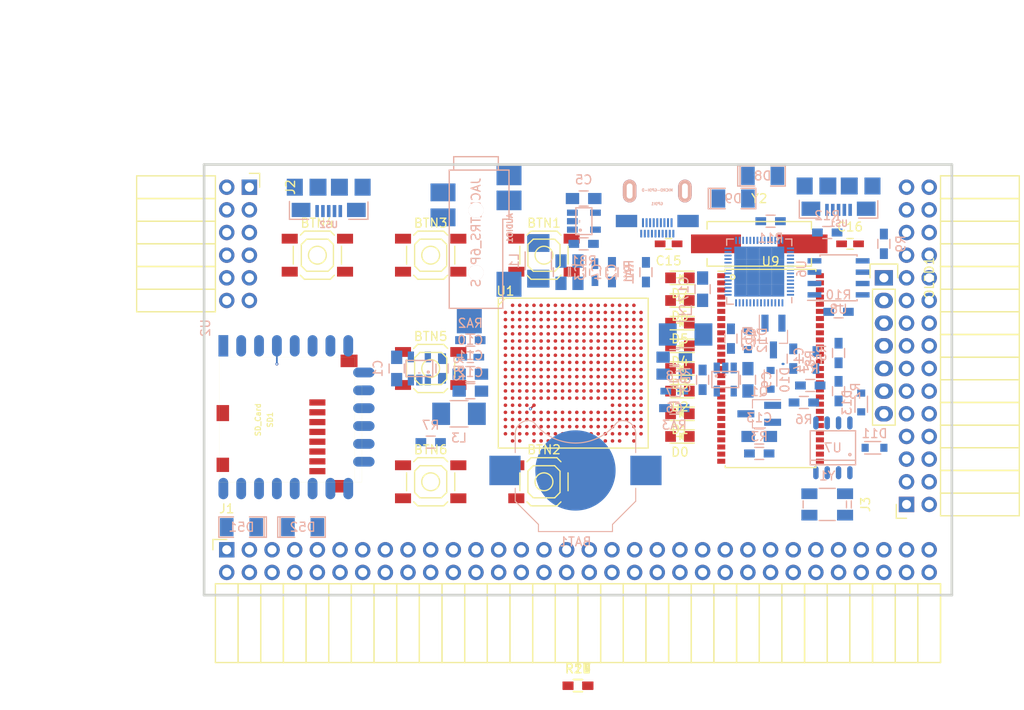
<source format=kicad_pcb>
(kicad_pcb (version 4) (host pcbnew 4.0.5+dfsg1-4)
  (layers (0 F.Cu signal) (1 In1.Cu signal) (2 In2.Cu signal) (31 B.Cu signal) (34 B.Paste user) (35 F.Paste user) (36 B.SilkS user) (37 F.SilkS user) (38 B.Mask user) (39 F.Mask user) (44 Edge.Cuts user))
  (net 0 "")
  (net 1 GND)
  (net 2 +5V)
  (net 3 /gpio/IN5V)
  (net 4 /gpio/OUT5V)
  (net 5 /gpio/P5)
  (net 6 /gpio/P6)
  (net 7 /gpio/P7)
  (net 8 /gpio/P8)
  (net 9 /gpio/P11)
  (net 10 /gpio/P12)
  (net 11 /gpio/P13)
  (net 12 /gpio/P14)
  (net 13 /gpio/P17)
  (net 14 /gpio/P18)
  (net 15 /gpio/P19)
  (net 16 /gpio/P20)
  (net 17 /gpio/P21)
  (net 18 /gpio/P22)
  (net 19 /gpio/P23)
  (net 20 /gpio/P24)
  (net 21 /gpio/P25)
  (net 22 /gpio/P26)
  (net 23 /gpio/P27)
  (net 24 /gpio/P28)
  (net 25 /gpio/P29)
  (net 26 /gpio/P30)
  (net 27 /gpio/P9)
  (net 28 /gpio/P10)
  (net 29 /gpio/P15)
  (net 30 /gpio/P16)
  (net 31 /gpio/P31)
  (net 32 /gpio/P32)
  (net 33 /gpio/P33)
  (net 34 /gpio/P34)
  (net 35 /gpio/P35)
  (net 36 /gpio/P36)
  (net 37 /gpio/P37)
  (net 38 /gpio/P38)
  (net 39 /gpio/P39)
  (net 40 /gpio/P40)
  (net 41 /gpio/P41)
  (net 42 /gpio/P42)
  (net 43 /gpio/P43)
  (net 44 /gpio/P44)
  (net 45 /gpio/P45)
  (net 46 /gpio/P46)
  (net 47 /gpio/P47)
  (net 48 /gpio/P48)
  (net 49 /gpio/P49)
  (net 50 /gpio/P50)
  (net 51 /gpio/P51)
  (net 52 /gpio/P52)
  (net 53 /gpio/P53)
  (net 54 /gpio/P54)
  (net 55 /gpio/P55)
  (net 56 /gpio/P56)
  (net 57 /gpio/P57)
  (net 58 /gpio/P58)
  (net 59 /gpio/P59)
  (net 60 /gpio/P60)
  (net 61 +3V3)
  (net 62 "Net-(L1-Pad1)")
  (net 63 "Net-(L2-Pad1)")
  (net 64 +1V2)
  (net 65 BTN_D)
  (net 66 BTN_F1)
  (net 67 BTN_F2)
  (net 68 BTN_L)
  (net 69 BTN_R)
  (net 70 BTN_U)
  (net 71 "Net-(BTN1-Pad1)")
  (net 72 /power/FB1)
  (net 73 +2V5)
  (net 74 "Net-(L3-Pad1)")
  (net 75 /power/PWREN)
  (net 76 /power/FB3)
  (net 77 /power/FB2)
  (net 78 /usb/USB5V)
  (net 79 "Net-(D9-Pad1)")
  (net 80 /power/VBAT)
  (net 81 SD_3)
  (net 82 SD_MTMS)
  (net 83 SD_MTCK)
  (net 84 SD_MTDO)
  (net 85 SD_MTDI)
  (net 86 JTAG_TDI)
  (net 87 JTAG_TCK)
  (net 88 JTAG_TMS)
  (net 89 JTAG_TDO)
  (net 90 /power/WAKEUPn)
  (net 91 /power/WKUP)
  (net 92 /power/SHUT)
  (net 93 /power/WAKE)
  (net 94 /power/HOLD)
  (net 95 /power/WKn)
  (net 96 /power/OSCI_32k)
  (net 97 /power/OSCO_32k)
  (net 98 /usb/OSCI_12M)
  (net 99 +1V8)
  (net 100 FTDI_nSUSPEND)
  (net 101 USB_FTDI_DM)
  (net 102 USB_FTDI_DP)
  (net 103 /usb/OSCO_12M)
  (net 104 "Net-(Q2-Pad3)")
  (net 105 /usb/EECLK)
  (net 106 /usb/EECS)
  (net 107 "Net-(R11-Pad2)")
  (net 108 /usb/EEDATA)
  (net 109 SHUTDOWN)
  (net 110 "Net-(AUDIO1-Pad1)")
  (net 111 "Net-(AUDIO1-Pad3)")
  (module Keystone_3000_1x12mm-CoinCell:Keystone_3000_1x12mm-CoinCell (layer B.Cu) (at 135.73 95.71)
    (fp_text reference BAT1 (at 0 8) (layer B.SilkS) (effects (justify mirror)))
    (fp_text value CR1225)
    (pad 1 smd rect (at -7.9 0) (size 3.5 3.3) (layers B.Cu B.Paste B.Mask) (net 80 /power/VBAT))
    (pad 1 smd rect (at 7.9 0) (size 3.5 3.3) (layers B.Cu B.Paste B.Mask) (net 80 /power/VBAT))
    (pad 2 smd circle (at 0 0) (size 9 9) (layers B.Cu B.Mask) (net 1 GND))
  )
  (module SMD_Packages:SMD-1206_Pol (layer B.Cu) (at 105.149 102.06)
    (fp_text reference D52 (at 0 0) (layer B.SilkS) (effects (justify mirror)))
    (fp_text value 2A)
    (pad 1 smd rect (at -1.651 0) (size 1.524 2.032) (layers B.Cu B.Paste B.Mask) (net 4 /gpio/OUT5V))
    (pad 2 smd rect (at 1.651 0) (size 1.524 2.032) (layers B.Cu B.Paste B.Mask))
  )
  (module SMD_Packages:SMD-1206_Pol (layer B.Cu) (at 98.291 102.06 180)
    (fp_text reference D51 (at 0 0 180) (layer B.SilkS) (effects (justify mirror)))
    (fp_text value 2A)
    (pad 1 smd rect (at -1.651 0 180) (size 1.524 2.032) (layers B.Cu B.Paste B.Mask) (net 2 +5V))
    (pad 2 smd rect (at 1.651 0 180) (size 1.524 2.032) (layers B.Cu B.Paste B.Mask) (net 3 /gpio/IN5V))
  )
  (module micro-sd:MicroSD_TF02D (layer F.Cu) (at 95.8 90.03 90)
    (fp_text reference SD1 (at 0 5.7 90) (layer F.SilkS) (effects (font (size 0.59944 0.59944) (thickness 0.12446))))
    (fp_text value SD_Card (at 0 4.35 90) (layer F.SilkS) (effects (font (size 0.59944 0.59944) (thickness 0.12446))))
    (pad 1 smd rect (at 1.94 11 90) (size 0.7 1.8) (layers F.Cu F.Paste F.Mask) (net 81 SD_3))
    (pad 2 smd rect (at 0.84 11 90) (size 0.7 1.8) (layers F.Cu F.Paste F.Mask) (net 82 SD_MTMS))
    (pad 3 smd rect (at -0.26 11 90) (size 0.7 1.8) (layers F.Cu F.Paste F.Mask) (net 1 GND))
    (pad 4 smd rect (at -1.36 11 90) (size 0.7 1.8) (layers F.Cu F.Paste F.Mask) (net 61 +3V3))
    (pad 5 smd rect (at -2.46 11 90) (size 0.7 1.8) (layers F.Cu F.Paste F.Mask) (net 83 SD_MTCK))
    (pad 6 smd rect (at -3.56 11 90) (size 0.7 1.8) (layers F.Cu F.Paste F.Mask) (net 1 GND))
    (pad 7 smd rect (at -4.66 11 90) (size 0.7 1.8) (layers F.Cu F.Paste F.Mask) (net 84 SD_MTDO))
    (pad 8 smd rect (at -5.76 11 90) (size 0.7 1.8) (layers F.Cu F.Paste F.Mask) (net 85 SD_MTDI))
    (pad S smd rect (at -5.05 0.4 90) (size 1.6 1.4) (layers F.Cu F.Paste F.Mask))
    (pad S smd rect (at 0.75 0.4 90) (size 1.8 1.4) (layers F.Cu F.Paste F.Mask))
    (pad G smd rect (at -7.45 13.55 90) (size 1.4 1.9) (layers F.Cu F.Paste F.Mask))
    (pad G smd rect (at 6.6 14.55 90) (size 1.4 1.9) (layers F.Cu F.Paste F.Mask))
  )
  (module micro-hdmi-d:MICRO-HDMI-D (layer B.Cu) (at 144.9 62.69)
    (fp_text reference GPDI1 (at -0.025 3.125) (layer B.SilkS) (effects (font (size 0.3 0.3) (thickness 0.075)) (justify mirror)))
    (fp_text value MICRO-GPDI-D (at 0 1.6) (layer B.SilkS) (effects (font (size 0.3 0.3) (thickness 0.075)) (justify mirror)))
    (pad 1 smd rect (at 1.8 6.475) (size 0.23 0.85) (layers B.Cu B.Paste B.Mask))
    (pad 3 smd rect (at 1.4 6.475) (size 0.23 0.85) (layers B.Cu B.Paste B.Mask))
    (pad 5 smd rect (at 1 6.475) (size 0.23 0.85) (layers B.Cu B.Paste B.Mask))
    (pad 7 smd rect (at 0.6 6.475) (size 0.23 0.85) (layers B.Cu B.Paste B.Mask) (net 1 GND))
    (pad 9 smd rect (at 0.2 6.475) (size 0.23 0.85) (layers B.Cu B.Paste B.Mask))
    (pad 11 smd rect (at -0.2 6.475) (size 0.23 0.85) (layers B.Cu B.Paste B.Mask))
    (pad 13 smd rect (at -0.6 6.475) (size 0.23 0.85) (layers B.Cu B.Paste B.Mask) (net 1 GND))
    (pad 15 smd rect (at -1 6.475) (size 0.23 0.85) (layers B.Cu B.Paste B.Mask))
    (pad 17 smd rect (at -1.4 6.475) (size 0.23 0.85) (layers B.Cu B.Paste B.Mask))
    (pad 19 smd rect (at -1.8 6.475) (size 0.23 0.85) (layers B.Cu B.Paste B.Mask) (net 2 +5V))
    (pad 2 smd rect (at 1.6 5.25) (size 0.23 1) (layers B.Cu B.Paste B.Mask))
    (pad 4 smd rect (at 1.2 5.25) (size 0.23 1) (layers B.Cu B.Paste B.Mask) (net 1 GND))
    (pad 6 smd rect (at 0.8 5.25) (size 0.23 1) (layers B.Cu B.Paste B.Mask))
    (pad 8 smd rect (at 0.4 5.25) (size 0.23 1) (layers B.Cu B.Paste B.Mask))
    (pad 10 smd rect (at 0 5.25) (size 0.23 1) (layers B.Cu B.Paste B.Mask) (net 1 GND))
    (pad 12 smd rect (at -0.4 5.25) (size 0.23 1) (layers B.Cu B.Paste B.Mask))
    (pad 14 smd rect (at -0.8 5.25) (size 0.23 1) (layers B.Cu B.Paste B.Mask))
    (pad 16 smd rect (at -1.2 5.25) (size 0.23 1) (layers B.Cu B.Paste B.Mask) (net 1 GND))
    (pad 18 smd rect (at -1.6 5.25) (size 0.23 1) (layers B.Cu B.Paste B.Mask))
    (pad SHD smd rect (at 3.45 5.06) (size 2.4 1.38) (layers B.Cu B.Paste B.Mask) (net 1 GND))
    (pad SHD smd rect (at -3.45 5.06) (size 2.4 1.38) (layers B.Cu B.Paste B.Mask) (net 1 GND))
    (pad "" thru_hole oval (at -3.1 1.7) (size 1.5 2.55) (drill oval 0.65 1.7) (layers *.Cu *.Mask B.SilkS))
    (pad "" thru_hole oval (at 3.1 1.7) (size 1.5 2.55) (drill oval 0.65 1.7) (layers *.Cu *.Mask B.SilkS))
  )
  (module Socket_Strips:Socket_Strip_Angled_2x32 (layer F.Cu) (at 96.64 104.6)
    (fp_text reference J1 (at 0 -4.6) (layer F.SilkS))
    (fp_text value CONN_02X32)
    (pad 1 thru_hole rect (at 0 0) (size 1.7272 1.7272) (drill 1.016) (layers *.Cu *.Mask) (net 3 /gpio/IN5V))
    (pad 2 thru_hole oval (at 0 2.54) (size 1.7272 1.7272) (drill 1.016) (layers *.Cu *.Mask) (net 4 /gpio/OUT5V))
    (pad 3 thru_hole oval (at 2.54 0) (size 1.7272 1.7272) (drill 1.016) (layers *.Cu *.Mask) (net 1 GND))
    (pad 4 thru_hole oval (at 2.54 2.54) (size 1.7272 1.7272) (drill 1.016) (layers *.Cu *.Mask) (net 1 GND))
    (pad 5 thru_hole oval (at 5.08 0) (size 1.7272 1.7272) (drill 1.016) (layers *.Cu *.Mask) (net 5 /gpio/P5))
    (pad 6 thru_hole oval (at 5.08 2.54) (size 1.7272 1.7272) (drill 1.016) (layers *.Cu *.Mask) (net 6 /gpio/P6))
    (pad 7 thru_hole oval (at 7.62 0) (size 1.7272 1.7272) (drill 1.016) (layers *.Cu *.Mask) (net 7 /gpio/P7))
    (pad 8 thru_hole oval (at 7.62 2.54) (size 1.7272 1.7272) (drill 1.016) (layers *.Cu *.Mask) (net 8 /gpio/P8))
    (pad 9 thru_hole oval (at 10.16 0) (size 1.7272 1.7272) (drill 1.016) (layers *.Cu *.Mask) (net 27 /gpio/P9))
    (pad 10 thru_hole oval (at 10.16 2.54) (size 1.7272 1.7272) (drill 1.016) (layers *.Cu *.Mask) (net 28 /gpio/P10))
    (pad 11 thru_hole oval (at 12.7 0) (size 1.7272 1.7272) (drill 1.016) (layers *.Cu *.Mask) (net 9 /gpio/P11))
    (pad 12 thru_hole oval (at 12.7 2.54) (size 1.7272 1.7272) (drill 1.016) (layers *.Cu *.Mask) (net 10 /gpio/P12))
    (pad 13 thru_hole oval (at 15.24 0) (size 1.7272 1.7272) (drill 1.016) (layers *.Cu *.Mask) (net 11 /gpio/P13))
    (pad 14 thru_hole oval (at 15.24 2.54) (size 1.7272 1.7272) (drill 1.016) (layers *.Cu *.Mask) (net 12 /gpio/P14))
    (pad 15 thru_hole oval (at 17.78 0) (size 1.7272 1.7272) (drill 1.016) (layers *.Cu *.Mask) (net 29 /gpio/P15))
    (pad 16 thru_hole oval (at 17.78 2.54) (size 1.7272 1.7272) (drill 1.016) (layers *.Cu *.Mask) (net 30 /gpio/P16))
    (pad 17 thru_hole oval (at 20.32 0) (size 1.7272 1.7272) (drill 1.016) (layers *.Cu *.Mask) (net 13 /gpio/P17))
    (pad 18 thru_hole oval (at 20.32 2.54) (size 1.7272 1.7272) (drill 1.016) (layers *.Cu *.Mask) (net 14 /gpio/P18))
    (pad 19 thru_hole oval (at 22.86 0) (size 1.7272 1.7272) (drill 1.016) (layers *.Cu *.Mask) (net 15 /gpio/P19))
    (pad 20 thru_hole oval (at 22.86 2.54) (size 1.7272 1.7272) (drill 1.016) (layers *.Cu *.Mask) (net 16 /gpio/P20))
    (pad 21 thru_hole oval (at 25.4 0) (size 1.7272 1.7272) (drill 1.016) (layers *.Cu *.Mask) (net 17 /gpio/P21))
    (pad 22 thru_hole oval (at 25.4 2.54) (size 1.7272 1.7272) (drill 1.016) (layers *.Cu *.Mask) (net 18 /gpio/P22))
    (pad 23 thru_hole oval (at 27.94 0) (size 1.7272 1.7272) (drill 1.016) (layers *.Cu *.Mask) (net 19 /gpio/P23))
    (pad 24 thru_hole oval (at 27.94 2.54) (size 1.7272 1.7272) (drill 1.016) (layers *.Cu *.Mask) (net 20 /gpio/P24))
    (pad 25 thru_hole oval (at 30.48 0) (size 1.7272 1.7272) (drill 1.016) (layers *.Cu *.Mask) (net 21 /gpio/P25))
    (pad 26 thru_hole oval (at 30.48 2.54) (size 1.7272 1.7272) (drill 1.016) (layers *.Cu *.Mask) (net 22 /gpio/P26))
    (pad 27 thru_hole oval (at 33.02 0) (size 1.7272 1.7272) (drill 1.016) (layers *.Cu *.Mask) (net 23 /gpio/P27))
    (pad 28 thru_hole oval (at 33.02 2.54) (size 1.7272 1.7272) (drill 1.016) (layers *.Cu *.Mask) (net 24 /gpio/P28))
    (pad 29 thru_hole oval (at 35.56 0) (size 1.7272 1.7272) (drill 1.016) (layers *.Cu *.Mask) (net 25 /gpio/P29))
    (pad 30 thru_hole oval (at 35.56 2.54) (size 1.7272 1.7272) (drill 1.016) (layers *.Cu *.Mask) (net 26 /gpio/P30))
    (pad 31 thru_hole oval (at 38.1 0) (size 1.7272 1.7272) (drill 1.016) (layers *.Cu *.Mask) (net 31 /gpio/P31))
    (pad 32 thru_hole oval (at 38.1 2.54) (size 1.7272 1.7272) (drill 1.016) (layers *.Cu *.Mask) (net 32 /gpio/P32))
    (pad 33 thru_hole oval (at 40.64 0) (size 1.7272 1.7272) (drill 1.016) (layers *.Cu *.Mask) (net 33 /gpio/P33))
    (pad 34 thru_hole oval (at 40.64 2.54) (size 1.7272 1.7272) (drill 1.016) (layers *.Cu *.Mask) (net 34 /gpio/P34))
    (pad 35 thru_hole oval (at 43.18 0) (size 1.7272 1.7272) (drill 1.016) (layers *.Cu *.Mask) (net 35 /gpio/P35))
    (pad 36 thru_hole oval (at 43.18 2.54) (size 1.7272 1.7272) (drill 1.016) (layers *.Cu *.Mask) (net 36 /gpio/P36))
    (pad 37 thru_hole oval (at 45.72 0) (size 1.7272 1.7272) (drill 1.016) (layers *.Cu *.Mask) (net 37 /gpio/P37))
    (pad 38 thru_hole oval (at 45.72 2.54) (size 1.7272 1.7272) (drill 1.016) (layers *.Cu *.Mask) (net 38 /gpio/P38))
    (pad 39 thru_hole oval (at 48.26 0) (size 1.7272 1.7272) (drill 1.016) (layers *.Cu *.Mask) (net 39 /gpio/P39))
    (pad 40 thru_hole oval (at 48.26 2.54) (size 1.7272 1.7272) (drill 1.016) (layers *.Cu *.Mask) (net 40 /gpio/P40))
    (pad 41 thru_hole oval (at 50.8 0) (size 1.7272 1.7272) (drill 1.016) (layers *.Cu *.Mask) (net 41 /gpio/P41))
    (pad 42 thru_hole oval (at 50.8 2.54) (size 1.7272 1.7272) (drill 1.016) (layers *.Cu *.Mask) (net 42 /gpio/P42))
    (pad 43 thru_hole oval (at 53.34 0) (size 1.7272 1.7272) (drill 1.016) (layers *.Cu *.Mask) (net 43 /gpio/P43))
    (pad 44 thru_hole oval (at 53.34 2.54) (size 1.7272 1.7272) (drill 1.016) (layers *.Cu *.Mask) (net 44 /gpio/P44))
    (pad 45 thru_hole oval (at 55.88 0) (size 1.7272 1.7272) (drill 1.016) (layers *.Cu *.Mask) (net 45 /gpio/P45))
    (pad 46 thru_hole oval (at 55.88 2.54) (size 1.7272 1.7272) (drill 1.016) (layers *.Cu *.Mask) (net 46 /gpio/P46))
    (pad 47 thru_hole oval (at 58.42 0) (size 1.7272 1.7272) (drill 1.016) (layers *.Cu *.Mask) (net 47 /gpio/P47))
    (pad 48 thru_hole oval (at 58.42 2.54) (size 1.7272 1.7272) (drill 1.016) (layers *.Cu *.Mask) (net 48 /gpio/P48))
    (pad 49 thru_hole oval (at 60.96 0) (size 1.7272 1.7272) (drill 1.016) (layers *.Cu *.Mask) (net 49 /gpio/P49))
    (pad 50 thru_hole oval (at 60.96 2.54) (size 1.7272 1.7272) (drill 1.016) (layers *.Cu *.Mask) (net 50 /gpio/P50))
    (pad 51 thru_hole oval (at 63.5 0) (size 1.7272 1.7272) (drill 1.016) (layers *.Cu *.Mask) (net 51 /gpio/P51))
    (pad 52 thru_hole oval (at 63.5 2.54) (size 1.7272 1.7272) (drill 1.016) (layers *.Cu *.Mask) (net 52 /gpio/P52))
    (pad 53 thru_hole oval (at 66.04 0) (size 1.7272 1.7272) (drill 1.016) (layers *.Cu *.Mask) (net 53 /gpio/P53))
    (pad 54 thru_hole oval (at 66.04 2.54) (size 1.7272 1.7272) (drill 1.016) (layers *.Cu *.Mask) (net 54 /gpio/P54))
    (pad 55 thru_hole oval (at 68.58 0) (size 1.7272 1.7272) (drill 1.016) (layers *.Cu *.Mask) (net 55 /gpio/P55))
    (pad 56 thru_hole oval (at 68.58 2.54) (size 1.7272 1.7272) (drill 1.016) (layers *.Cu *.Mask) (net 56 /gpio/P56))
    (pad 57 thru_hole oval (at 71.12 0) (size 1.7272 1.7272) (drill 1.016) (layers *.Cu *.Mask) (net 57 /gpio/P57))
    (pad 58 thru_hole oval (at 71.12 2.54) (size 1.7272 1.7272) (drill 1.016) (layers *.Cu *.Mask) (net 58 /gpio/P58))
    (pad 59 thru_hole oval (at 73.66 0) (size 1.7272 1.7272) (drill 1.016) (layers *.Cu *.Mask) (net 59 /gpio/P59))
    (pad 60 thru_hole oval (at 73.66 2.54) (size 1.7272 1.7272) (drill 1.016) (layers *.Cu *.Mask) (net 60 /gpio/P60))
    (pad 61 thru_hole oval (at 76.2 0) (size 1.7272 1.7272) (drill 1.016) (layers *.Cu *.Mask) (net 1 GND))
    (pad 62 thru_hole oval (at 76.2 2.54) (size 1.7272 1.7272) (drill 1.016) (layers *.Cu *.Mask) (net 1 GND))
    (pad 63 thru_hole oval (at 78.74 0) (size 1.7272 1.7272) (drill 1.016) (layers *.Cu *.Mask) (net 61 +3V3))
    (pad 64 thru_hole oval (at 78.74 2.54) (size 1.7272 1.7272) (drill 1.016) (layers *.Cu *.Mask) (net 61 +3V3))
  )
  (module Socket_Strips:Socket_Strip_Angled_2x15 (layer F.Cu) (at 172.84 99.52 90)
    (fp_text reference J3 (at 0 -4.6 90) (layer F.SilkS))
    (fp_text value CONN_02X15)
    (pad 1 thru_hole rect (at 0 0 90) (size 1.7272 1.7272) (drill 1.016) (layers *.Cu *.Mask) (net 61 +3V3))
    (pad 2 thru_hole oval (at 0 2.54 90) (size 1.7272 1.7272) (drill 1.016) (layers *.Cu *.Mask) (net 61 +3V3))
    (pad 3 thru_hole oval (at 2.54 0 90) (size 1.7272 1.7272) (drill 1.016) (layers *.Cu *.Mask) (net 1 GND))
    (pad 4 thru_hole oval (at 2.54 2.54 90) (size 1.7272 1.7272) (drill 1.016) (layers *.Cu *.Mask) (net 1 GND))
    (pad 5 thru_hole oval (at 5.08 0 90) (size 1.7272 1.7272) (drill 1.016) (layers *.Cu *.Mask))
    (pad 6 thru_hole oval (at 5.08 2.54 90) (size 1.7272 1.7272) (drill 1.016) (layers *.Cu *.Mask))
    (pad 7 thru_hole oval (at 7.62 0 90) (size 1.7272 1.7272) (drill 1.016) (layers *.Cu *.Mask))
    (pad 8 thru_hole oval (at 7.62 2.54 90) (size 1.7272 1.7272) (drill 1.016) (layers *.Cu *.Mask))
    (pad 9 thru_hole oval (at 10.16 0 90) (size 1.7272 1.7272) (drill 1.016) (layers *.Cu *.Mask))
    (pad 10 thru_hole oval (at 10.16 2.54 90) (size 1.7272 1.7272) (drill 1.016) (layers *.Cu *.Mask))
    (pad 11 thru_hole oval (at 12.7 0 90) (size 1.7272 1.7272) (drill 1.016) (layers *.Cu *.Mask))
    (pad 12 thru_hole oval (at 12.7 2.54 90) (size 1.7272 1.7272) (drill 1.016) (layers *.Cu *.Mask))
    (pad 13 thru_hole oval (at 15.24 0 90) (size 1.7272 1.7272) (drill 1.016) (layers *.Cu *.Mask))
    (pad 14 thru_hole oval (at 15.24 2.54 90) (size 1.7272 1.7272) (drill 1.016) (layers *.Cu *.Mask))
    (pad 15 thru_hole oval (at 17.78 0 90) (size 1.7272 1.7272) (drill 1.016) (layers *.Cu *.Mask))
    (pad 16 thru_hole oval (at 17.78 2.54 90) (size 1.7272 1.7272) (drill 1.016) (layers *.Cu *.Mask))
    (pad 17 thru_hole oval (at 20.32 0 90) (size 1.7272 1.7272) (drill 1.016) (layers *.Cu *.Mask))
    (pad 18 thru_hole oval (at 20.32 2.54 90) (size 1.7272 1.7272) (drill 1.016) (layers *.Cu *.Mask))
    (pad 19 thru_hole oval (at 22.86 0 90) (size 1.7272 1.7272) (drill 1.016) (layers *.Cu *.Mask) (net 61 +3V3))
    (pad 20 thru_hole oval (at 22.86 2.54 90) (size 1.7272 1.7272) (drill 1.016) (layers *.Cu *.Mask) (net 61 +3V3))
    (pad 21 thru_hole oval (at 25.4 0 90) (size 1.7272 1.7272) (drill 1.016) (layers *.Cu *.Mask) (net 1 GND))
    (pad 22 thru_hole oval (at 25.4 2.54 90) (size 1.7272 1.7272) (drill 1.016) (layers *.Cu *.Mask) (net 1 GND))
    (pad 23 thru_hole oval (at 27.94 0 90) (size 1.7272 1.7272) (drill 1.016) (layers *.Cu *.Mask))
    (pad 24 thru_hole oval (at 27.94 2.54 90) (size 1.7272 1.7272) (drill 1.016) (layers *.Cu *.Mask))
    (pad 25 thru_hole oval (at 30.48 0 90) (size 1.7272 1.7272) (drill 1.016) (layers *.Cu *.Mask))
    (pad 26 thru_hole oval (at 30.48 2.54 90) (size 1.7272 1.7272) (drill 1.016) (layers *.Cu *.Mask))
    (pad 27 thru_hole oval (at 33.02 0 90) (size 1.7272 1.7272) (drill 1.016) (layers *.Cu *.Mask))
    (pad 28 thru_hole oval (at 33.02 2.54 90) (size 1.7272 1.7272) (drill 1.016) (layers *.Cu *.Mask))
    (pad 29 thru_hole oval (at 35.56 0 90) (size 1.7272 1.7272) (drill 1.016) (layers *.Cu *.Mask))
    (pad 30 thru_hole oval (at 35.56 2.54 90) (size 1.7272 1.7272) (drill 1.016) (layers *.Cu *.Mask))
  )
  (module Socket_Strips:Socket_Strip_Angled_2x06 (layer F.Cu) (at 99.18 63.96 270)
    (fp_text reference J2 (at 0 -4.6 270) (layer F.SilkS))
    (fp_text value CONN_02X06)
    (pad 1 thru_hole rect (at 0 0 270) (size 1.7272 1.7272) (drill 1.016) (layers *.Cu *.Mask) (net 61 +3V3))
    (pad 2 thru_hole oval (at 0 2.54 270) (size 1.7272 1.7272) (drill 1.016) (layers *.Cu *.Mask) (net 61 +3V3))
    (pad 3 thru_hole oval (at 2.54 0 270) (size 1.7272 1.7272) (drill 1.016) (layers *.Cu *.Mask) (net 1 GND))
    (pad 4 thru_hole oval (at 2.54 2.54 270) (size 1.7272 1.7272) (drill 1.016) (layers *.Cu *.Mask) (net 1 GND))
    (pad 5 thru_hole oval (at 5.08 0 270) (size 1.7272 1.7272) (drill 1.016) (layers *.Cu *.Mask))
    (pad 6 thru_hole oval (at 5.08 2.54 270) (size 1.7272 1.7272) (drill 1.016) (layers *.Cu *.Mask))
    (pad 7 thru_hole oval (at 7.62 0 270) (size 1.7272 1.7272) (drill 1.016) (layers *.Cu *.Mask))
    (pad 8 thru_hole oval (at 7.62 2.54 270) (size 1.7272 1.7272) (drill 1.016) (layers *.Cu *.Mask))
    (pad 9 thru_hole oval (at 10.16 0 270) (size 1.7272 1.7272) (drill 1.016) (layers *.Cu *.Mask))
    (pad 10 thru_hole oval (at 10.16 2.54 270) (size 1.7272 1.7272) (drill 1.016) (layers *.Cu *.Mask))
    (pad 11 thru_hole oval (at 12.7 0 270) (size 1.7272 1.7272) (drill 1.016) (layers *.Cu *.Mask))
    (pad 12 thru_hole oval (at 12.7 2.54 270) (size 1.7272 1.7272) (drill 1.016) (layers *.Cu *.Mask))
  )
  (module Resistors_SMD:R_1210_HandSoldering (layer B.Cu) (at 131.565 72.215 270)
    (fp_text reference L1 (at 0 2.7 270) (layer B.SilkS) (effects (justify mirror)))
    (fp_text value 2.2uH)
    (pad 1 smd rect (at -2 0 270) (size 2 2.5) (layers B.Cu B.Paste B.Mask) (net 62 "Net-(L1-Pad1)"))
    (pad 2 smd rect (at 2 0 270) (size 2 2.5) (layers B.Cu B.Paste B.Mask) (net 64 +1V2))
  )
  (module TSOT-25:TSOT-25 (layer B.Cu) (at 136.675 67.77 90)
    (fp_text reference U3 (at 0 -0.5 90) (layer B.SilkS) (effects (font (size 0.15 0.15) (thickness 0.0375)) (justify mirror)))
    (fp_text value AP3429A)
    (pad 1 smd rect (at -0.95 -1.3 90) (size 0.7 1.2) (layers B.Cu B.Paste B.Mask) (net 75 /power/PWREN))
    (pad 2 smd rect (at 0 -1.3 90) (size 0.7 1.2) (layers B.Cu B.Paste B.Mask) (net 1 GND))
    (pad 3 smd rect (at 0.95 -1.3 90) (size 0.7 1.2) (layers B.Cu B.Paste B.Mask) (net 62 "Net-(L1-Pad1)"))
    (pad 4 smd rect (at 0.95 1.3 90) (size 0.7 1.2) (layers B.Cu B.Paste B.Mask) (net 2 +5V))
    (pad 5 smd rect (at -0.95 1.3 90) (size 0.7 1.2) (layers B.Cu B.Paste B.Mask) (net 72 /power/FB1))
  )
  (module Resistors_SMD:R_1210_HandSoldering (layer B.Cu) (at 148.075 80.47 180)
    (fp_text reference L2 (at 0 2.7 180) (layer B.SilkS) (effects (justify mirror)))
    (fp_text value 2.2uH)
    (pad 1 smd rect (at -2 0 180) (size 2 2.5) (layers B.Cu B.Paste B.Mask) (net 63 "Net-(L2-Pad1)"))
    (pad 2 smd rect (at 2 0 180) (size 2 2.5) (layers B.Cu B.Paste B.Mask) (net 61 +3V3))
  )
  (module TSOT-25:TSOT-25 (layer B.Cu) (at 152.52 85.52)
    (fp_text reference U4 (at 0 -0.5) (layer B.SilkS) (effects (font (size 0.15 0.15) (thickness 0.0375)) (justify mirror)))
    (fp_text value AP3429A)
    (pad 1 smd rect (at -0.95 -1.3) (size 0.7 1.2) (layers B.Cu B.Paste B.Mask) (net 75 /power/PWREN))
    (pad 2 smd rect (at 0 -1.3) (size 0.7 1.2) (layers B.Cu B.Paste B.Mask) (net 1 GND))
    (pad 3 smd rect (at 0.95 -1.3) (size 0.7 1.2) (layers B.Cu B.Paste B.Mask) (net 63 "Net-(L2-Pad1)"))
    (pad 4 smd rect (at 0.95 1.3) (size 0.7 1.2) (layers B.Cu B.Paste B.Mask) (net 2 +5V))
    (pad 5 smd rect (at -0.95 1.3) (size 0.7 1.2) (layers B.Cu B.Paste B.Mask) (net 76 /power/FB3))
  )
  (module Buttons_Switches_SMD:SW_SPST_SKQG (layer F.Cu) (at 132.2 71.58)
    (fp_text reference BTN1 (at 0 -3.6) (layer F.SilkS))
    (fp_text value FIRE1)
    (pad 1 smd rect (at -3.1 -1.85) (size 1.8 1.1) (layers F.Cu F.Paste F.Mask) (net 71 "Net-(BTN1-Pad1)"))
    (pad 1 smd rect (at 3.1 -1.85) (size 1.8 1.1) (layers F.Cu F.Paste F.Mask) (net 71 "Net-(BTN1-Pad1)"))
    (pad 2 smd rect (at -3.1 1.85) (size 1.8 1.1) (layers F.Cu F.Paste F.Mask) (net 66 BTN_F1))
    (pad 2 smd rect (at 3.1 1.85) (size 1.8 1.1) (layers F.Cu F.Paste F.Mask) (net 66 BTN_F1))
  )
  (module Buttons_Switches_SMD:SW_SPST_SKQG (layer F.Cu) (at 132.2 96.98)
    (fp_text reference BTN2 (at 0 -3.6) (layer F.SilkS))
    (fp_text value FIRE2)
    (pad 1 smd rect (at -3.1 -1.85) (size 1.8 1.1) (layers F.Cu F.Paste F.Mask) (net 71 "Net-(BTN1-Pad1)"))
    (pad 1 smd rect (at 3.1 -1.85) (size 1.8 1.1) (layers F.Cu F.Paste F.Mask) (net 71 "Net-(BTN1-Pad1)"))
    (pad 2 smd rect (at -3.1 1.85) (size 1.8 1.1) (layers F.Cu F.Paste F.Mask) (net 67 BTN_F2))
    (pad 2 smd rect (at 3.1 1.85) (size 1.8 1.1) (layers F.Cu F.Paste F.Mask) (net 67 BTN_F2))
  )
  (module Buttons_Switches_SMD:SW_SPST_SKQG (layer F.Cu) (at 119.5 71.58)
    (fp_text reference BTN3 (at 0 -3.6) (layer F.SilkS))
    (fp_text value UP)
    (pad 1 smd rect (at -3.1 -1.85) (size 1.8 1.1) (layers F.Cu F.Paste F.Mask) (net 71 "Net-(BTN1-Pad1)"))
    (pad 1 smd rect (at 3.1 -1.85) (size 1.8 1.1) (layers F.Cu F.Paste F.Mask) (net 71 "Net-(BTN1-Pad1)"))
    (pad 2 smd rect (at -3.1 1.85) (size 1.8 1.1) (layers F.Cu F.Paste F.Mask) (net 70 BTN_U))
    (pad 2 smd rect (at 3.1 1.85) (size 1.8 1.1) (layers F.Cu F.Paste F.Mask) (net 70 BTN_U))
  )
  (module Buttons_Switches_SMD:SW_SPST_SKQG (layer F.Cu) (at 106.8 71.58)
    (fp_text reference BTN4 (at 0 -3.6) (layer F.SilkS))
    (fp_text value DOWN)
    (pad 1 smd rect (at -3.1 -1.85) (size 1.8 1.1) (layers F.Cu F.Paste F.Mask) (net 71 "Net-(BTN1-Pad1)"))
    (pad 1 smd rect (at 3.1 -1.85) (size 1.8 1.1) (layers F.Cu F.Paste F.Mask) (net 71 "Net-(BTN1-Pad1)"))
    (pad 2 smd rect (at -3.1 1.85) (size 1.8 1.1) (layers F.Cu F.Paste F.Mask) (net 65 BTN_D))
    (pad 2 smd rect (at 3.1 1.85) (size 1.8 1.1) (layers F.Cu F.Paste F.Mask) (net 65 BTN_D))
  )
  (module Buttons_Switches_SMD:SW_SPST_SKQG (layer F.Cu) (at 119.5 84.28)
    (fp_text reference BTN5 (at 0 -3.6) (layer F.SilkS))
    (fp_text value LEFT)
    (pad 1 smd rect (at -3.1 -1.85) (size 1.8 1.1) (layers F.Cu F.Paste F.Mask) (net 71 "Net-(BTN1-Pad1)"))
    (pad 1 smd rect (at 3.1 -1.85) (size 1.8 1.1) (layers F.Cu F.Paste F.Mask) (net 71 "Net-(BTN1-Pad1)"))
    (pad 2 smd rect (at -3.1 1.85) (size 1.8 1.1) (layers F.Cu F.Paste F.Mask) (net 68 BTN_L))
    (pad 2 smd rect (at 3.1 1.85) (size 1.8 1.1) (layers F.Cu F.Paste F.Mask) (net 68 BTN_L))
  )
  (module Buttons_Switches_SMD:SW_SPST_SKQG (layer F.Cu) (at 119.5 96.98)
    (fp_text reference BTN6 (at 0 -3.6) (layer F.SilkS))
    (fp_text value RIGHT)
    (pad 1 smd rect (at -3.1 -1.85) (size 1.8 1.1) (layers F.Cu F.Paste F.Mask) (net 71 "Net-(BTN1-Pad1)"))
    (pad 1 smd rect (at 3.1 -1.85) (size 1.8 1.1) (layers F.Cu F.Paste F.Mask) (net 71 "Net-(BTN1-Pad1)"))
    (pad 2 smd rect (at -3.1 1.85) (size 1.8 1.1) (layers F.Cu F.Paste F.Mask) (net 69 BTN_R))
    (pad 2 smd rect (at 3.1 1.85) (size 1.8 1.1) (layers F.Cu F.Paste F.Mask) (net 69 BTN_R))
  )
  (module LEDs:LED_0805 (layer F.Cu) (at 147.44 91.9 180)
    (fp_text reference D0 (at 0 -1.75 180) (layer F.SilkS))
    (fp_text value LED)
    (pad 2 smd rect (at 1.04902 0) (size 1.19888 1.19888) (layers F.Cu F.Paste F.Mask))
    (pad 1 smd rect (at -1.04902 0) (size 1.19888 1.19888) (layers F.Cu F.Paste F.Mask) (net 1 GND))
  )
  (module LEDs:LED_0805 (layer F.Cu) (at 147.44 89.36 180)
    (fp_text reference D1 (at 0 -1.75 180) (layer F.SilkS))
    (fp_text value LED)
    (pad 2 smd rect (at 1.04902 0) (size 1.19888 1.19888) (layers F.Cu F.Paste F.Mask))
    (pad 1 smd rect (at -1.04902 0) (size 1.19888 1.19888) (layers F.Cu F.Paste F.Mask) (net 1 GND))
  )
  (module LEDs:LED_0805 (layer F.Cu) (at 147.44 86.82 180)
    (fp_text reference D2 (at 0 -1.75 180) (layer F.SilkS))
    (fp_text value LED)
    (pad 2 smd rect (at 1.04902 0) (size 1.19888 1.19888) (layers F.Cu F.Paste F.Mask))
    (pad 1 smd rect (at -1.04902 0) (size 1.19888 1.19888) (layers F.Cu F.Paste F.Mask) (net 1 GND))
  )
  (module LEDs:LED_0805 (layer F.Cu) (at 147.44 84.28 180)
    (fp_text reference D3 (at 0 -1.75 180) (layer F.SilkS))
    (fp_text value LED)
    (pad 2 smd rect (at 1.04902 0) (size 1.19888 1.19888) (layers F.Cu F.Paste F.Mask))
    (pad 1 smd rect (at -1.04902 0) (size 1.19888 1.19888) (layers F.Cu F.Paste F.Mask) (net 1 GND))
  )
  (module LEDs:LED_0805 (layer F.Cu) (at 147.44 81.74 180)
    (fp_text reference D4 (at 0 -1.75 180) (layer F.SilkS))
    (fp_text value LED)
    (pad 2 smd rect (at 1.04902 0) (size 1.19888 1.19888) (layers F.Cu F.Paste F.Mask))
    (pad 1 smd rect (at -1.04902 0) (size 1.19888 1.19888) (layers F.Cu F.Paste F.Mask) (net 1 GND))
  )
  (module LEDs:LED_0805 (layer F.Cu) (at 147.44 79.2 180)
    (fp_text reference D5 (at 0 -1.75 180) (layer F.SilkS))
    (fp_text value LED)
    (pad 2 smd rect (at 1.04902 0) (size 1.19888 1.19888) (layers F.Cu F.Paste F.Mask))
    (pad 1 smd rect (at -1.04902 0) (size 1.19888 1.19888) (layers F.Cu F.Paste F.Mask) (net 1 GND))
  )
  (module LEDs:LED_0805 (layer F.Cu) (at 147.44 76.66 180)
    (fp_text reference D6 (at 0 -1.75 180) (layer F.SilkS))
    (fp_text value LED)
    (pad 2 smd rect (at 1.04902 0) (size 1.19888 1.19888) (layers F.Cu F.Paste F.Mask))
    (pad 1 smd rect (at -1.04902 0) (size 1.19888 1.19888) (layers F.Cu F.Paste F.Mask) (net 1 GND))
  )
  (module LEDs:LED_0805 (layer F.Cu) (at 147.44 74.12 180)
    (fp_text reference D7 (at 0 -1.75 180) (layer F.SilkS))
    (fp_text value LED)
    (pad 2 smd rect (at 1.04902 0) (size 1.19888 1.19888) (layers F.Cu F.Paste F.Mask))
    (pad 1 smd rect (at -1.04902 0) (size 1.19888 1.19888) (layers F.Cu F.Paste F.Mask) (net 1 GND))
  )
  (module Socket_Strips:Socket_Strip_Straight_1x07 (layer F.Cu) (at 170.3 74.12 270)
    (fp_text reference OLED1 (at 0 -5.1 270) (layer F.SilkS))
    (fp_text value CONN_01X07)
    (pad 1 thru_hole rect (at 0 0 270) (size 1.7272 2.032) (drill 1.016) (layers *.Cu *.Mask) (net 1 GND))
    (pad 2 thru_hole oval (at 2.54 0 270) (size 1.7272 2.032) (drill 1.016) (layers *.Cu *.Mask) (net 61 +3V3))
    (pad 3 thru_hole oval (at 5.08 0 270) (size 1.7272 2.032) (drill 1.016) (layers *.Cu *.Mask))
    (pad 4 thru_hole oval (at 7.62 0 270) (size 1.7272 2.032) (drill 1.016) (layers *.Cu *.Mask))
    (pad 5 thru_hole oval (at 10.16 0 270) (size 1.7272 2.032) (drill 1.016) (layers *.Cu *.Mask))
    (pad 6 thru_hole oval (at 12.7 0 270) (size 1.7272 2.032) (drill 1.016) (layers *.Cu *.Mask))
    (pad 7 thru_hole oval (at 15.24 0 270) (size 1.7272 2.032) (drill 1.016) (layers *.Cu *.Mask))
  )
  (module Resistors_SMD:R_1210_HandSoldering (layer B.Cu) (at 122.675 89.36)
    (fp_text reference L3 (at 0 2.7) (layer B.SilkS) (effects (justify mirror)))
    (fp_text value 2.2uH)
    (pad 1 smd rect (at -2 0) (size 2 2.5) (layers B.Cu B.Paste B.Mask) (net 74 "Net-(L3-Pad1)"))
    (pad 2 smd rect (at 2 0) (size 2 2.5) (layers B.Cu B.Paste B.Mask) (net 73 +2V5))
  )
  (module TSOT-25:TSOT-25 (layer B.Cu) (at 118.23 84.28 180)
    (fp_text reference U5 (at 0 -0.5 180) (layer B.SilkS) (effects (font (size 0.15 0.15) (thickness 0.0375)) (justify mirror)))
    (fp_text value AP3429A)
    (pad 1 smd rect (at -0.95 -1.3 180) (size 0.7 1.2) (layers B.Cu B.Paste B.Mask) (net 75 /power/PWREN))
    (pad 2 smd rect (at 0 -1.3 180) (size 0.7 1.2) (layers B.Cu B.Paste B.Mask) (net 1 GND))
    (pad 3 smd rect (at 0.95 -1.3 180) (size 0.7 1.2) (layers B.Cu B.Paste B.Mask) (net 74 "Net-(L3-Pad1)"))
    (pad 4 smd rect (at 0.95 1.3 180) (size 0.7 1.2) (layers B.Cu B.Paste B.Mask) (net 2 +5V))
    (pad 5 smd rect (at -0.95 1.3 180) (size 0.7 1.2) (layers B.Cu B.Paste B.Mask) (net 77 /power/FB2))
  )
  (module Capacitors_SMD:C_0805_HandSoldering (layer B.Cu) (at 115.69 84.28 270)
    (fp_text reference C1 (at 0 2.1 270) (layer B.SilkS) (effects (justify mirror)))
    (fp_text value 22uF)
    (pad 1 smd rect (at -1.25 0 270) (size 1.5 1.25) (layers B.Cu B.Paste B.Mask) (net 2 +5V))
    (pad 2 smd rect (at 1.25 0 270) (size 1.5 1.25) (layers B.Cu B.Paste B.Mask) (net 1 GND))
  )
  (module Capacitors_SMD:C_0805_HandSoldering (layer B.Cu) (at 134.105 73.485 90)
    (fp_text reference C3 (at 0 2.1 90) (layer B.SilkS) (effects (justify mirror)))
    (fp_text value 22uF)
    (pad 1 smd rect (at -1.25 0 90) (size 1.5 1.25) (layers B.Cu B.Paste B.Mask) (net 64 +1V2))
    (pad 2 smd rect (at 1.25 0 90) (size 1.5 1.25) (layers B.Cu B.Paste B.Mask) (net 1 GND))
  )
  (module Capacitors_SMD:C_0805_HandSoldering (layer B.Cu) (at 136.01 73.485 90)
    (fp_text reference C4 (at 0 2.1 90) (layer B.SilkS) (effects (justify mirror)))
    (fp_text value 22uF)
    (pad 1 smd rect (at -1.25 0 90) (size 1.5 1.25) (layers B.Cu B.Paste B.Mask) (net 64 +1V2))
    (pad 2 smd rect (at 1.25 0 90) (size 1.5 1.25) (layers B.Cu B.Paste B.Mask) (net 1 GND))
  )
  (module Capacitors_SMD:C_0805_HandSoldering (layer B.Cu) (at 136.645 65.23 180)
    (fp_text reference C5 (at 0 2.1 180) (layer B.SilkS) (effects (justify mirror)))
    (fp_text value 22uF)
    (pad 1 smd rect (at -1.25 0 180) (size 1.5 1.25) (layers B.Cu B.Paste B.Mask) (net 2 +5V))
    (pad 2 smd rect (at 1.25 0 180) (size 1.5 1.25) (layers B.Cu B.Paste B.Mask) (net 1 GND))
  )
  (module Capacitors_SMD:C_0805_HandSoldering (layer B.Cu) (at 146.805 84.915)
    (fp_text reference C7 (at 0 2.1) (layer B.SilkS) (effects (justify mirror)))
    (fp_text value 22uF)
    (pad 1 smd rect (at -1.25 0) (size 1.5 1.25) (layers B.Cu B.Paste B.Mask) (net 61 +3V3))
    (pad 2 smd rect (at 1.25 0) (size 1.5 1.25) (layers B.Cu B.Paste B.Mask) (net 1 GND))
  )
  (module Capacitors_SMD:C_0805_HandSoldering (layer B.Cu) (at 146.805 83.01)
    (fp_text reference C8 (at 0 2.1) (layer B.SilkS) (effects (justify mirror)))
    (fp_text value 22uF)
    (pad 1 smd rect (at -1.25 0) (size 1.5 1.25) (layers B.Cu B.Paste B.Mask) (net 61 +3V3))
    (pad 2 smd rect (at 1.25 0) (size 1.5 1.25) (layers B.Cu B.Paste B.Mask) (net 1 GND))
  )
  (module Capacitors_SMD:C_0805_HandSoldering (layer B.Cu) (at 155.06 85.55 90)
    (fp_text reference C9 (at 0 2.1 90) (layer B.SilkS) (effects (justify mirror)))
    (fp_text value 22uF)
    (pad 1 smd rect (at -1.25 0 90) (size 1.5 1.25) (layers B.Cu B.Paste B.Mask) (net 2 +5V))
    (pad 2 smd rect (at 1.25 0 90) (size 1.5 1.25) (layers B.Cu B.Paste B.Mask) (net 1 GND))
  )
  (module Capacitors_SMD:C_0805_HandSoldering (layer B.Cu) (at 123.945 84.915 180)
    (fp_text reference C11 (at 0 2.1 180) (layer B.SilkS) (effects (justify mirror)))
    (fp_text value 22uF)
    (pad 1 smd rect (at -1.25 0 180) (size 1.5 1.25) (layers B.Cu B.Paste B.Mask) (net 73 +2V5))
    (pad 2 smd rect (at 1.25 0 180) (size 1.5 1.25) (layers B.Cu B.Paste B.Mask) (net 1 GND))
  )
  (module Capacitors_SMD:C_0805_HandSoldering (layer B.Cu) (at 123.945 86.82 180)
    (fp_text reference C12 (at 0 2.1 180) (layer B.SilkS) (effects (justify mirror)))
    (fp_text value 22uF)
    (pad 1 smd rect (at -1.25 0 180) (size 1.5 1.25) (layers B.Cu B.Paste B.Mask) (net 73 +2V5))
    (pad 2 smd rect (at 1.25 0 180) (size 1.5 1.25) (layers B.Cu B.Paste B.Mask) (net 1 GND))
  )
  (module SMD_Packages:SMD-1206_Pol (layer B.Cu) (at 156.711 62.69)
    (fp_text reference D8 (at 0 0) (layer B.SilkS) (effects (justify mirror)))
    (fp_text value 2A)
    (pad 1 smd rect (at -1.651 0) (size 1.524 2.032) (layers B.Cu B.Paste B.Mask) (net 2 +5V))
    (pad 2 smd rect (at 1.651 0) (size 1.524 2.032) (layers B.Cu B.Paste B.Mask) (net 78 /usb/USB5V))
  )
  (module SMD_Packages:SMD-1206_Pol (layer B.Cu) (at 153.409 65.23)
    (fp_text reference D9 (at 0 0) (layer B.SilkS) (effects (justify mirror)))
    (fp_text value 2A)
    (pad 1 smd rect (at -1.651 0) (size 1.524 2.032) (layers B.Cu B.Paste B.Mask) (net 79 "Net-(D9-Pad1)"))
    (pad 2 smd rect (at 1.651 0) (size 1.524 2.032) (layers B.Cu B.Paste B.Mask) (net 2 +5V))
  )
  (module Power_Integrations:SO-8 (layer B.Cu) (at 164.585 93.17 180)
    (fp_text reference U7 (at 0 0 180) (layer B.SilkS) (effects (justify mirror)))
    (fp_text value PCF8523)
    (pad 1 smd oval (at -1.905 -2.794 180) (size 0.6096 1.4732) (layers B.Cu B.Paste B.Mask) (net 96 /power/OSCI_32k))
    (pad 2 smd oval (at -0.635 -2.794 180) (size 0.6096 1.4732) (layers B.Cu B.Paste B.Mask) (net 97 /power/OSCO_32k))
    (pad 3 smd oval (at 0.635 -2.794 180) (size 0.6096 1.4732) (layers B.Cu B.Paste B.Mask) (net 80 /power/VBAT))
    (pad 4 smd oval (at 1.905 -2.794 180) (size 0.6096 1.4732) (layers B.Cu B.Paste B.Mask) (net 1 GND))
    (pad 5 smd oval (at 1.905 2.794 180) (size 0.6096 1.4732) (layers B.Cu B.Paste B.Mask))
    (pad 6 smd oval (at 0.635 2.794 180) (size 0.6096 1.4732) (layers B.Cu B.Paste B.Mask))
    (pad 7 smd oval (at -0.635 2.794 180) (size 0.6096 1.4732) (layers B.Cu B.Paste B.Mask) (net 90 /power/WAKEUPn))
    (pad 8 smd oval (at -1.905 2.794 180) (size 0.6096 1.4732) (layers B.Cu B.Paste B.Mask) (net 73 +2V5))
  )
  (module ESP8266:ESP-12E (layer B.Cu) (at 96.26 81.74 270)
    (fp_text reference U2 (at -2 2 270) (layer B.SilkS) (effects (justify mirror)))
    (fp_text value ESP-12E)
    (pad 9 smd oval (at 2.99 -15.75 180) (size 2.4 1.1) (layers B.Cu B.Paste B.Mask) (net 84 SD_MTDO))
    (pad 10 smd oval (at 4.99 -15.75 180) (size 2.4 1.1) (layers B.Cu B.Paste B.Mask) (net 85 SD_MTDI))
    (pad 11 smd oval (at 6.99 -15.75 180) (size 2.4 1.1) (layers B.Cu B.Paste B.Mask) (net 81 SD_3))
    (pad 12 smd oval (at 8.99 -15.75 180) (size 2.4 1.1) (layers B.Cu B.Paste B.Mask) (net 82 SD_MTMS))
    (pad 13 smd oval (at 10.99 -15.75 180) (size 2.4 1.1) (layers B.Cu B.Paste B.Mask) (net 83 SD_MTCK))
    (pad 14 smd oval (at 12.99 -15.75 180) (size 2.4 1.1) (layers B.Cu B.Paste B.Mask))
    (pad 1 smd rect (at 0 0 270) (size 2.4 1.1) (layers B.Cu B.Paste B.Mask))
    (pad 2 smd oval (at 0 -2 270) (size 2.4 1.1) (layers B.Cu B.Paste B.Mask))
    (pad 3 smd oval (at 0 -4 270) (size 2.4 1.1) (layers B.Cu B.Paste B.Mask))
    (pad 4 smd oval (at 0 -6 270) (size 2.4 1.1) (layers B.Cu B.Paste B.Mask) (net 86 JTAG_TDI))
    (pad 5 smd oval (at 0 -8 270) (size 2.4 1.1) (layers B.Cu B.Paste B.Mask) (net 89 JTAG_TDO))
    (pad 6 smd oval (at 0 -10 270) (size 2.4 1.1) (layers B.Cu B.Paste B.Mask) (net 87 JTAG_TCK))
    (pad 7 smd oval (at 0 -12 270) (size 2.4 1.1) (layers B.Cu B.Paste B.Mask) (net 88 JTAG_TMS))
    (pad 8 smd oval (at 0 -14 270) (size 2.4 1.1) (layers B.Cu B.Paste B.Mask) (net 61 +3V3))
    (pad 15 smd oval (at 16 -14 270) (size 2.4 1.1) (layers B.Cu B.Paste B.Mask) (net 1 GND))
    (pad 16 smd oval (at 16 -12 270) (size 2.4 1.1) (layers B.Cu B.Paste B.Mask))
    (pad 17 smd oval (at 16 -10 270) (size 2.4 1.1) (layers B.Cu B.Paste B.Mask))
    (pad 18 smd oval (at 16 -8 270) (size 2.4 1.1) (layers B.Cu B.Paste B.Mask))
    (pad 19 smd oval (at 16 -6 270) (size 2.4 1.1) (layers B.Cu B.Paste B.Mask))
    (pad 20 smd oval (at 16 -4 270) (size 2.4 1.1) (layers B.Cu B.Paste B.Mask))
    (pad 21 smd oval (at 16 -2 270) (size 2.4 1.1) (layers B.Cu B.Paste B.Mask))
    (pad 22 smd oval (at 16 0 270) (size 2.4 1.1) (layers B.Cu B.Paste B.Mask))
  )
  (module Capacitors_SMD:C_0805_HandSoldering (layer B.Cu) (at 156.33 91.9 180)
    (fp_text reference C13 (at 0 2.1 180) (layer B.SilkS) (effects (justify mirror)))
    (fp_text value 2.2uF)
    (pad 1 smd rect (at -1.25 0 180) (size 1.5 1.25) (layers B.Cu B.Paste B.Mask) (net 2 +5V))
    (pad 2 smd rect (at 1.25 0 180) (size 1.5 1.25) (layers B.Cu B.Paste B.Mask) (net 91 /power/WKUP))
  )
  (module Diodes_SMD:D_0805 (layer B.Cu) (at 157.6 85.55 270)
    (fp_text reference D10 (at 0 -1.6 270) (layer B.SilkS) (effects (justify mirror)))
    (fp_text value 1N4148)
    (pad 1 smd rect (at -1.05 0 270) (size 0.8 0.9) (layers B.Cu B.Paste B.Mask) (net 93 /power/WAKE))
    (pad 2 smd rect (at 1.05 0 270) (size 0.8 0.9) (layers B.Cu B.Paste B.Mask) (net 91 /power/WKUP))
  )
  (module Diodes_SMD:D_0805 (layer B.Cu) (at 169.25 93.17)
    (fp_text reference D11 (at 0 -1.6) (layer B.SilkS) (effects (justify mirror)))
    (fp_text value 1N4148)
    (pad 1 smd rect (at -1.05 0) (size 0.8 0.9) (layers B.Cu B.Paste B.Mask) (net 94 /power/HOLD))
    (pad 2 smd rect (at 1.05 0) (size 0.8 0.9) (layers B.Cu B.Paste B.Mask) (net 61 +3V3))
  )
  (module Diodes_SMD:D_0805 (layer B.Cu) (at 155.06 81.105 270)
    (fp_text reference D12 (at 0 -1.6 270) (layer B.SilkS) (effects (justify mirror)))
    (fp_text value BAT42)
    (pad 1 smd rect (at -1.05 0 270) (size 0.8 0.9) (layers B.Cu B.Paste B.Mask) (net 92 /power/SHUT))
    (pad 2 smd rect (at 1.05 0 270) (size 0.8 0.9) (layers B.Cu B.Paste B.Mask) (net 109 SHUTDOWN))
  )
  (module Diodes_SMD:D_0805 (layer B.Cu) (at 167.76 88.09 90)
    (fp_text reference D13 (at 0 -1.6 90) (layer B.SilkS) (effects (justify mirror)))
    (fp_text value 1N4148)
    (pad 1 smd rect (at -1.05 0 90) (size 0.8 0.9) (layers B.Cu B.Paste B.Mask) (net 75 /power/PWREN))
    (pad 2 smd rect (at 1.05 0 90) (size 0.8 0.9) (layers B.Cu B.Paste B.Mask) (net 100 FTDI_nSUSPEND))
  )
  (module usb_otg:USB-MICRO-B-FCI-10118192-0001LF (layer B.Cu) (at 165.22 63.825)
    (fp_text reference US1 (at 0 4.2) (layer B.SilkS) (effects (font (size 0.7 0.7)) (justify mirror)))
    (fp_text value USB_FTDI hide)
    (pad 6 smd rect (at -3.1 2.55) (size 2.1 1.6) (layers B.Cu B.Paste B.Mask) (net 1 GND))
    (pad 6 smd rect (at 3.1 2.55) (size 2.1 1.6) (layers B.Cu B.Paste B.Mask) (net 1 GND))
    (pad "" smd rect (at -1.2 0) (size 1.9 1.9) (layers B.Cu B.Paste B.Mask))
    (pad "" smd rect (at 1.2 0) (size 1.9 1.9) (layers B.Cu B.Paste B.Mask))
    (pad 1 smd rect (at -1.3 2.675) (size 0.4 1.35) (layers B.Cu B.Paste B.Mask) (net 78 /usb/USB5V))
    (pad 2 smd rect (at -0.65 2.675) (size 0.4 1.35) (layers B.Cu B.Paste B.Mask) (net 101 USB_FTDI_DM))
    (pad 3 smd rect (at 0 2.675) (size 0.4 1.35) (layers B.Cu B.Paste B.Mask) (net 102 USB_FTDI_DP))
    (pad 4 smd rect (at 0.65 2.675) (size 0.4 1.35) (layers B.Cu B.Paste B.Mask))
    (pad 5 smd rect (at 1.3 2.675) (size 0.4 1.35) (layers B.Cu B.Paste B.Mask) (net 1 GND))
    (pad "" smd rect (at -3.8 0) (size 1.8 1.9) (layers B.Cu B.Paste B.Mask))
    (pad "" smd rect (at 3.8 0) (size 1.8 1.9) (layers B.Cu B.Paste B.Mask))
  )
  (module usb_otg:USB-MICRO-B-FCI-10118192-0001LF (layer B.Cu) (at 108.07 63.96)
    (fp_text reference US2 (at 0 4.2) (layer B.SilkS) (effects (font (size 0.7 0.7)) (justify mirror)))
    (fp_text value USB_FPGA hide)
    (pad 6 smd rect (at -3.1 2.55) (size 2.1 1.6) (layers B.Cu B.Paste B.Mask) (net 1 GND))
    (pad 6 smd rect (at 3.1 2.55) (size 2.1 1.6) (layers B.Cu B.Paste B.Mask) (net 1 GND))
    (pad "" smd rect (at -1.2 0) (size 1.9 1.9) (layers B.Cu B.Paste B.Mask))
    (pad "" smd rect (at 1.2 0) (size 1.9 1.9) (layers B.Cu B.Paste B.Mask))
    (pad 1 smd rect (at -1.3 2.675) (size 0.4 1.35) (layers B.Cu B.Paste B.Mask) (net 79 "Net-(D9-Pad1)"))
    (pad 2 smd rect (at -0.65 2.675) (size 0.4 1.35) (layers B.Cu B.Paste B.Mask))
    (pad 3 smd rect (at 0 2.675) (size 0.4 1.35) (layers B.Cu B.Paste B.Mask))
    (pad 4 smd rect (at 0.65 2.675) (size 0.4 1.35) (layers B.Cu B.Paste B.Mask))
    (pad 5 smd rect (at 1.3 2.675) (size 0.4 1.35) (layers B.Cu B.Paste B.Mask) (net 1 GND))
    (pad "" smd rect (at -3.8 0) (size 1.8 1.9) (layers B.Cu B.Paste B.Mask))
    (pad "" smd rect (at 3.8 0) (size 1.8 1.9) (layers B.Cu B.Paste B.Mask))
  )
  (module audio-jack:CUI_SJ-43516-SMT (layer B.Cu) (at 124.58 69.04 270)
    (fp_text reference AUDIO1 (at -0.5 -3.8 270) (layer B.SilkS) (effects (font (size 0.6096 0.6096) (thickness 0.1524)) (justify mirror)))
    (fp_text value JACK_TRS_6PINS (at 0 0 270) (layer B.SilkS) (effects (justify mirror)))
    (pad 1 smd rect (at -6.4 -3.7 270) (size 2.2 2.8) (layers B.Cu B.Paste B.Mask) (net 110 "Net-(AUDIO1-Pad1)"))
    (pad 4 smd rect (at -3.6 -3.7 270) (size 2.2 2.8) (layers B.Cu B.Paste B.Mask))
    (pad 2 smd rect (at 5.8 -3.7 270) (size 2.8 2.8) (layers B.Cu B.Paste B.Mask) (net 1 GND))
    (pad 5 smd rect (at 9.9 0.75 270) (size 2.8 2.8) (layers B.Cu B.Paste B.Mask))
    (pad 3 smd rect (at -1.7 3.7 270) (size 2 2.8) (layers B.Cu B.Paste B.Mask) (net 111 "Net-(AUDIO1-Pad3)"))
    (pad 6 smd rect (at -4.5 3.7 270) (size 2 2.8) (layers B.Cu B.Paste B.Mask))
    (pad "" np_thru_hole circle (at -2.5 0 270) (size 1.7 1.7) (drill 1.7) (layers *.Cu *.Mask B.SilkS) (clearance 0.4))
    (pad "" np_thru_hole circle (at 4.5 0 270) (size 1.7 1.7) (drill 1.7) (layers *.Cu *.Mask B.SilkS) (clearance 0.4))
  )
  (module abs25:Crystal_SMD_ABS25 (layer B.Cu) (at 163.95 99.52 180)
    (fp_text reference Y1 (at 0 3.2 180) (layer B.SilkS) (effects (justify mirror)))
    (fp_text value 32768Hz)
    (pad 4 smd rect (at -2 1.2 180) (size 1.8 1.2) (layers B.Cu B.Paste B.Mask) (net 97 /power/OSCO_32k))
    (pad 3 smd rect (at 2 1.2 180) (size 1.8 1.2) (layers B.Cu B.Paste B.Mask))
    (pad 2 smd rect (at 2 -1.2 180) (size 1.8 1.2) (layers B.Cu B.Paste B.Mask))
    (pad 1 smd rect (at -2 -1.2 180) (size 1.8 1.2) (layers B.Cu B.Paste B.Mask) (net 96 /power/OSCI_32k))
  )
  (module TSOP54:TSOP54 (layer F.Cu) (at 157.6 84.28)
    (fp_text reference U9 (at 0 -12) (layer F.SilkS))
    (fp_text value MT48LC16M16A2TG)
    (pad 28 smd rect (at 5.53 10.4) (size 0.9 0.56) (layers F.Cu F.Paste F.Mask))
    (pad 1 smd rect (at -5.53 -10.4) (size 0.9 0.56) (layers F.Cu F.Paste F.Mask))
    (pad 2 smd rect (at -5.53 -9.6) (size 0.9 0.56) (layers F.Cu F.Paste F.Mask))
    (pad 3 smd rect (at -5.53 -8.8) (size 0.9 0.56) (layers F.Cu F.Paste F.Mask))
    (pad 4 smd rect (at -5.53 -8) (size 0.9 0.56) (layers F.Cu F.Paste F.Mask))
    (pad 5 smd rect (at -5.53 -7.2) (size 0.9 0.56) (layers F.Cu F.Paste F.Mask))
    (pad 6 smd rect (at -5.53 -6.4) (size 0.9 0.56) (layers F.Cu F.Paste F.Mask))
    (pad 7 smd rect (at -5.53 -5.6) (size 0.9 0.56) (layers F.Cu F.Paste F.Mask))
    (pad 8 smd rect (at -5.53 -4.8) (size 0.9 0.56) (layers F.Cu F.Paste F.Mask))
    (pad 9 smd rect (at -5.53 -4) (size 0.9 0.56) (layers F.Cu F.Paste F.Mask))
    (pad 10 smd rect (at -5.53 -3.2) (size 0.9 0.56) (layers F.Cu F.Paste F.Mask))
    (pad 11 smd rect (at -5.53 -2.4) (size 0.9 0.56) (layers F.Cu F.Paste F.Mask))
    (pad 12 smd rect (at -5.53 -1.6) (size 0.9 0.56) (layers F.Cu F.Paste F.Mask))
    (pad 13 smd rect (at -5.53 -0.8) (size 0.9 0.56) (layers F.Cu F.Paste F.Mask))
    (pad 14 smd rect (at -5.53 0) (size 0.9 0.56) (layers F.Cu F.Paste F.Mask))
    (pad 15 smd rect (at -5.53 0.8) (size 0.9 0.56) (layers F.Cu F.Paste F.Mask))
    (pad 16 smd rect (at -5.53 1.6) (size 0.9 0.56) (layers F.Cu F.Paste F.Mask))
    (pad 17 smd rect (at -5.53 2.4) (size 0.9 0.56) (layers F.Cu F.Paste F.Mask))
    (pad 18 smd rect (at -5.53 3.2) (size 0.9 0.56) (layers F.Cu F.Paste F.Mask))
    (pad 19 smd rect (at -5.53 4) (size 0.9 0.56) (layers F.Cu F.Paste F.Mask))
    (pad 20 smd rect (at -5.53 4.8) (size 0.9 0.56) (layers F.Cu F.Paste F.Mask))
    (pad 21 smd rect (at -5.53 5.6) (size 0.9 0.56) (layers F.Cu F.Paste F.Mask))
    (pad 22 smd rect (at -5.53 6.4) (size 0.9 0.56) (layers F.Cu F.Paste F.Mask))
    (pad 23 smd rect (at -5.53 7.2) (size 0.9 0.56) (layers F.Cu F.Paste F.Mask))
    (pad 24 smd rect (at -5.53 8) (size 0.9 0.56) (layers F.Cu F.Paste F.Mask))
    (pad 25 smd rect (at -5.53 8.8) (size 0.9 0.56) (layers F.Cu F.Paste F.Mask))
    (pad 26 smd rect (at -5.53 9.6) (size 0.9 0.56) (layers F.Cu F.Paste F.Mask))
    (pad 27 smd rect (at -5.53 10.4) (size 0.9 0.56) (layers F.Cu F.Paste F.Mask))
    (pad 29 smd rect (at 5.53 9.6) (size 0.9 0.56) (layers F.Cu F.Paste F.Mask))
    (pad 30 smd rect (at 5.53 8.8) (size 0.9 0.56) (layers F.Cu F.Paste F.Mask))
    (pad 31 smd rect (at 5.53 8) (size 0.9 0.56) (layers F.Cu F.Paste F.Mask))
    (pad 32 smd rect (at 5.53 7.2) (size 0.9 0.56) (layers F.Cu F.Paste F.Mask))
    (pad 33 smd rect (at 5.53 6.4) (size 0.9 0.56) (layers F.Cu F.Paste F.Mask))
    (pad 34 smd rect (at 5.53 5.6) (size 0.9 0.56) (layers F.Cu F.Paste F.Mask))
    (pad 35 smd rect (at 5.53 4.8) (size 0.9 0.56) (layers F.Cu F.Paste F.Mask))
    (pad 36 smd rect (at 5.53 4) (size 0.9 0.56) (layers F.Cu F.Paste F.Mask))
    (pad 37 smd rect (at 5.53 3.2) (size 0.9 0.56) (layers F.Cu F.Paste F.Mask))
    (pad 38 smd rect (at 5.53 2.4) (size 0.9 0.56) (layers F.Cu F.Paste F.Mask))
    (pad 39 smd rect (at 5.53 1.6) (size 0.9 0.56) (layers F.Cu F.Paste F.Mask))
    (pad 40 smd rect (at 5.53 0.8) (size 0.9 0.56) (layers F.Cu F.Paste F.Mask))
    (pad 41 smd rect (at 5.53 0) (size 0.9 0.56) (layers F.Cu F.Paste F.Mask))
    (pad 42 smd rect (at 5.53 -0.8) (size 0.9 0.56) (layers F.Cu F.Paste F.Mask))
    (pad 43 smd rect (at 5.53 -1.6) (size 0.9 0.56) (layers F.Cu F.Paste F.Mask))
    (pad 44 smd rect (at 5.53 -2.4) (size 0.9 0.56) (layers F.Cu F.Paste F.Mask))
    (pad 45 smd rect (at 5.53 -3.2) (size 0.9 0.56) (layers F.Cu F.Paste F.Mask))
    (pad 46 smd rect (at 5.53 -4) (size 0.9 0.56) (layers F.Cu F.Paste F.Mask))
    (pad 47 smd rect (at 5.53 -4.8) (size 0.9 0.56) (layers F.Cu F.Paste F.Mask))
    (pad 48 smd rect (at 5.53 -5.6) (size 0.9 0.56) (layers F.Cu F.Paste F.Mask))
    (pad 49 smd rect (at 5.53 -6.4) (size 0.9 0.56) (layers F.Cu F.Paste F.Mask))
    (pad 50 smd rect (at 5.53 -7.2) (size 0.9 0.56) (layers F.Cu F.Paste F.Mask))
    (pad 51 smd rect (at 5.53 -8) (size 0.9 0.56) (layers F.Cu F.Paste F.Mask))
    (pad 52 smd rect (at 5.53 -8.8) (size 0.9 0.56) (layers F.Cu F.Paste F.Mask))
    (pad 53 smd rect (at 5.53 -9.6) (size 0.9 0.56) (layers F.Cu F.Paste F.Mask))
    (pad 54 smd rect (at 5.53 -10.4) (size 0.9 0.56) (layers F.Cu F.Paste F.Mask))
  )
  (module Capacitors_SMD:C_0805_HandSoldering (layer B.Cu) (at 149.98 75.39 270)
    (fp_text reference C17 (at 0 2.1 270) (layer B.SilkS) (effects (justify mirror)))
    (fp_text value 3.3uF)
    (pad 1 smd rect (at -1.25 0 270) (size 1.5 1.25) (layers B.Cu B.Paste B.Mask) (net 99 +1V8))
    (pad 2 smd rect (at 1.25 0 270) (size 1.5 1.25) (layers B.Cu B.Paste B.Mask) (net 1 GND))
  )
  (module Housings_DFN_QFN:QFN-56-1EP_7x7mm_Pitch0.4mm (layer B.Cu) (at 156.33 73.42 90)
    (fp_text reference U6 (at 0.3 4.75 90) (layer B.SilkS) (effects (justify mirror)))
    (fp_text value FT2232H-56Q)
    (pad 1 smd rect (at -3.5 2.6 90) (size 0.8 0.2) (layers B.Cu B.Paste B.Mask) (net 106 /usb/EECS))
    (pad 2 smd rect (at -3.5 2.2 90) (size 0.8 0.2) (layers B.Cu B.Paste B.Mask) (net 99 +1V8))
    (pad 3 smd rect (at -3.5 1.8 90) (size 0.8 0.2) (layers B.Cu B.Paste B.Mask) (net 98 /usb/OSCI_12M))
    (pad 4 smd rect (at -3.5 1.4 90) (size 0.8 0.2) (layers B.Cu B.Paste B.Mask) (net 103 /usb/OSCO_12M))
    (pad 5 smd rect (at -3.5 1 90) (size 0.8 0.2) (layers B.Cu B.Paste B.Mask) (net 61 +3V3))
    (pad 6 smd rect (at -3.5 0.6 90) (size 0.8 0.2) (layers B.Cu B.Paste B.Mask))
    (pad 7 smd rect (at -3.5 0.2 90) (size 0.8 0.2) (layers B.Cu B.Paste B.Mask) (net 101 USB_FTDI_DM))
    (pad 8 smd rect (at -3.5 -0.2 90) (size 0.8 0.2) (layers B.Cu B.Paste B.Mask) (net 102 USB_FTDI_DP))
    (pad 9 smd rect (at -3.5 -0.6 90) (size 0.8 0.2) (layers B.Cu B.Paste B.Mask) (net 61 +3V3))
    (pad 10 smd rect (at -3.5 -1 90) (size 0.8 0.2) (layers B.Cu B.Paste B.Mask))
    (pad 11 smd rect (at -3.5 -1.4 90) (size 0.8 0.2) (layers B.Cu B.Paste B.Mask))
    (pad 12 smd rect (at -3.5 -1.8 90) (size 0.8 0.2) (layers B.Cu B.Paste B.Mask) (net 87 JTAG_TCK))
    (pad 15 smd rect (at -2.6 -3.5) (size 0.8 0.2) (layers B.Cu B.Paste B.Mask) (net 88 JTAG_TMS))
    (pad 16 smd rect (at -2.2 -3.5) (size 0.8 0.2) (layers B.Cu B.Paste B.Mask) (net 61 +3V3))
    (pad 17 smd rect (at -1.8 -3.5) (size 0.8 0.2) (layers B.Cu B.Paste B.Mask))
    (pad 18 smd rect (at -1.4 -3.5) (size 0.8 0.2) (layers B.Cu B.Paste B.Mask))
    (pad 19 smd rect (at -1 -3.5) (size 0.8 0.2) (layers B.Cu B.Paste B.Mask))
    (pad 20 smd rect (at -0.6 -3.5) (size 0.8 0.2) (layers B.Cu B.Paste B.Mask))
    (pad 21 smd rect (at -0.2 -3.5) (size 0.8 0.2) (layers B.Cu B.Paste B.Mask) (net 1 GND))
    (pad 22 smd rect (at 0.2 -3.5) (size 0.8 0.2) (layers B.Cu B.Paste B.Mask))
    (pad 23 smd rect (at 0.6 -3.5) (size 0.8 0.2) (layers B.Cu B.Paste B.Mask))
    (pad 24 smd rect (at 1 -3.5) (size 0.8 0.2) (layers B.Cu B.Paste B.Mask))
    (pad 57 smd rect (at -2.1 2.1 90) (size 1.4 1.4) (layers B.Cu B.Paste B.Mask) (net 1 GND))
    (pad 13 smd rect (at -3.5 -2.2 90) (size 0.8 0.2) (layers B.Cu B.Paste B.Mask) (net 86 JTAG_TDI))
    (pad 14 smd rect (at -3.5 -2.6 90) (size 0.8 0.2) (layers B.Cu B.Paste B.Mask) (net 89 JTAG_TDO))
    (pad 25 smd rect (at 1.4 -3.5) (size 0.8 0.2) (layers B.Cu B.Paste B.Mask))
    (pad 26 smd rect (at 1.8 -3.5) (size 0.8 0.2) (layers B.Cu B.Paste B.Mask))
    (pad 27 smd rect (at 2.2 -3.5) (size 0.8 0.2) (layers B.Cu B.Paste B.Mask))
    (pad 28 smd rect (at 2.6 -3.5) (size 0.8 0.2) (layers B.Cu B.Paste B.Mask))
    (pad 42 smd rect (at 3.5 2.6 90) (size 0.8 0.2) (layers B.Cu B.Paste B.Mask))
    (pad 41 smd rect (at 3.5 2.2 90) (size 0.8 0.2) (layers B.Cu B.Paste B.Mask) (net 1 GND))
    (pad 39 smd rect (at 3.5 1.4 90) (size 0.8 0.2) (layers B.Cu B.Paste B.Mask))
    (pad 38 smd rect (at 3.5 1 90) (size 0.8 0.2) (layers B.Cu B.Paste B.Mask))
    (pad 40 smd rect (at 3.5 1.8 90) (size 0.8 0.2) (layers B.Cu B.Paste B.Mask))
    (pad 35 smd rect (at 3.5 -0.2 90) (size 0.8 0.2) (layers B.Cu B.Paste B.Mask))
    (pad 34 smd rect (at 3.5 -0.6 90) (size 0.8 0.2) (layers B.Cu B.Paste B.Mask))
    (pad 33 smd rect (at 3.5 -1 90) (size 0.8 0.2) (layers B.Cu B.Paste B.Mask))
    (pad 36 smd rect (at 3.5 0.2 90) (size 0.8 0.2) (layers B.Cu B.Paste B.Mask) (net 61 +3V3))
    (pad 37 smd rect (at 3.5 0.6 90) (size 0.8 0.2) (layers B.Cu B.Paste B.Mask))
    (pad 30 smd rect (at 3.5 -2.2 90) (size 0.8 0.2) (layers B.Cu B.Paste B.Mask) (net 100 FTDI_nSUSPEND))
    (pad 31 smd rect (at 3.5 -1.8 90) (size 0.8 0.2) (layers B.Cu B.Paste B.Mask) (net 99 +1V8))
    (pad 32 smd rect (at 3.5 -1.4 90) (size 0.8 0.2) (layers B.Cu B.Paste B.Mask))
    (pad 29 smd rect (at 3.5 -2.6 90) (size 0.8 0.2) (layers B.Cu B.Paste B.Mask))
    (pad 55 smd rect (at -2.2 3.5) (size 0.8 0.2) (layers B.Cu B.Paste B.Mask) (net 108 /usb/EEDATA))
    (pad 56 smd rect (at -2.6 3.5) (size 0.8 0.2) (layers B.Cu B.Paste B.Mask) (net 105 /usb/EECLK))
    (pad 51 smd rect (at -0.6 3.5) (size 0.8 0.2) (layers B.Cu B.Paste B.Mask))
    (pad 49 smd rect (at 0.2 3.5) (size 0.8 0.2) (layers B.Cu B.Paste B.Mask))
    (pad 52 smd rect (at -1 3.5) (size 0.8 0.2) (layers B.Cu B.Paste B.Mask))
    (pad 53 smd rect (at -1.4 3.5) (size 0.8 0.2) (layers B.Cu B.Paste B.Mask))
    (pad 50 smd rect (at -0.2 3.5) (size 0.8 0.2) (layers B.Cu B.Paste B.Mask) (net 61 +3V3))
    (pad 54 smd rect (at -1.8 3.5) (size 0.8 0.2) (layers B.Cu B.Paste B.Mask))
    (pad 45 smd rect (at 1.8 3.5) (size 0.8 0.2) (layers B.Cu B.Paste B.Mask) (net 1 GND))
    (pad 47 smd rect (at 1 3.5) (size 0.8 0.2) (layers B.Cu B.Paste B.Mask))
    (pad 46 smd rect (at 1.4 3.5) (size 0.8 0.2) (layers B.Cu B.Paste B.Mask))
    (pad 44 smd rect (at 2.2 3.5) (size 0.8 0.2) (layers B.Cu B.Paste B.Mask) (net 61 +3V3))
    (pad 43 smd rect (at 2.6 3.5) (size 0.8 0.2) (layers B.Cu B.Paste B.Mask))
    (pad 48 smd rect (at 0.6 3.5) (size 0.8 0.2) (layers B.Cu B.Paste B.Mask))
    (pad 57 smd rect (at -0.7 2.1 90) (size 1.4 1.4) (layers B.Cu B.Paste B.Mask) (net 1 GND))
    (pad 57 smd rect (at 0.7 2.1 90) (size 1.4 1.4) (layers B.Cu B.Paste B.Mask) (net 1 GND))
    (pad 57 smd rect (at 2.1 2.1 90) (size 1.4 1.4) (layers B.Cu B.Paste B.Mask) (net 1 GND))
    (pad 57 smd rect (at 2.1 0.7 90) (size 1.4 1.4) (layers B.Cu B.Paste B.Mask) (net 1 GND))
    (pad 57 smd rect (at 0.7 0.7 90) (size 1.4 1.4) (layers B.Cu B.Paste B.Mask) (net 1 GND))
    (pad 57 smd rect (at -2.1 0.7 90) (size 1.4 1.4) (layers B.Cu B.Paste B.Mask) (net 1 GND))
    (pad 57 smd rect (at -0.7 0.7 90) (size 1.4 1.4) (layers B.Cu B.Paste B.Mask) (net 1 GND))
    (pad 57 smd rect (at 2.1 -0.7 90) (size 1.4 1.4) (layers B.Cu B.Paste B.Mask) (net 1 GND))
    (pad 57 smd rect (at 0.7 -0.7 90) (size 1.4 1.4) (layers B.Cu B.Paste B.Mask) (net 1 GND))
    (pad 57 smd rect (at -2.1 -0.7 90) (size 1.4 1.4) (layers B.Cu B.Paste B.Mask) (net 1 GND))
    (pad 57 smd rect (at -0.7 -0.7 90) (size 1.4 1.4) (layers B.Cu B.Paste B.Mask) (net 1 GND))
    (pad 57 smd rect (at 2.1 -2.1 90) (size 1.4 1.4) (layers B.Cu B.Paste B.Mask) (net 1 GND))
    (pad 57 smd rect (at 0.7 -2.1 90) (size 1.4 1.4) (layers B.Cu B.Paste B.Mask) (net 1 GND))
    (pad 57 smd rect (at -2.1 -2.1 90) (size 1.4 1.4) (layers B.Cu B.Paste B.Mask) (net 1 GND))
    (pad 57 smd rect (at -0.7 -2.1 90) (size 1.4 1.4) (layers B.Cu B.Paste B.Mask) (net 1 GND))
  )
  (module Crystals:Crystal_HC49-SD_SMD (layer F.Cu) (at 156.33 70.31)
    (fp_text reference Y2 (at 0 -5.08) (layer F.SilkS))
    (fp_text value 12MHz)
    (pad 1 smd rect (at -4.84886 0) (size 5.6007 2.10058) (layers F.Cu F.Paste F.Mask) (net 98 /usb/OSCI_12M))
    (pad 2 smd rect (at 4.84886 0) (size 5.6007 2.10058) (layers F.Cu F.Paste F.Mask) (net 103 /usb/OSCO_12M))
  )
  (module TO_SOT_Packages_SMD:SOT-23_Handsoldering (layer B.Cu) (at 156.33 89.36 180)
    (fp_text reference Q1 (at 0 2.5 180) (layer B.SilkS) (effects (justify mirror)))
    (fp_text value BC857)
    (pad 1 smd rect (at -1.5 0.95 180) (size 1.9 0.8) (layers B.Cu B.Paste B.Mask) (net 95 /power/WKn))
    (pad 2 smd rect (at -1.5 -0.95 180) (size 1.9 0.8) (layers B.Cu B.Paste B.Mask) (net 2 +5V))
    (pad 3 smd rect (at 1.5 0 180) (size 1.9 0.8) (layers B.Cu B.Paste B.Mask) (net 91 /power/WKUP))
  )
  (module TO_SOT_Packages_SMD:SOT-23_Handsoldering (layer B.Cu) (at 157.92 80.7 270)
    (fp_text reference Q2 (at 0 2.5 270) (layer B.SilkS) (effects (justify mirror)))
    (fp_text value 2N7002)
    (pad 1 smd rect (at -1.5 0.95 270) (size 1.9 0.8) (layers B.Cu B.Paste B.Mask) (net 92 /power/SHUT))
    (pad 2 smd rect (at -1.5 -0.95 270) (size 1.9 0.8) (layers B.Cu B.Paste B.Mask) (net 1 GND))
    (pad 3 smd rect (at 1.5 0 270) (size 1.9 0.8) (layers B.Cu B.Paste B.Mask) (net 104 "Net-(Q2-Pad3)"))
  )
  (module lfe5bg381:BGA-381_pitch0.8mm_dia0.4mm (layer F.Cu) (at 135.48 84.8)
    (fp_text reference U1 (at -7.6 -9.2) (layer F.SilkS))
    (fp_text value LFE5U-25F-6BG381C)
    (pad A2 smd circle (at -6.8 -7.6) (size 0.4 0.4) (layers F.Cu F.Paste F.Mask))
    (pad A3 smd circle (at -6 -7.6) (size 0.4 0.4) (layers F.Cu F.Paste F.Mask))
    (pad A4 smd circle (at -5.2 -7.6) (size 0.4 0.4) (layers F.Cu F.Paste F.Mask))
    (pad A5 smd circle (at -4.4 -7.6) (size 0.4 0.4) (layers F.Cu F.Paste F.Mask))
    (pad A6 smd circle (at -3.6 -7.6) (size 0.4 0.4) (layers F.Cu F.Paste F.Mask) (net 24 /gpio/P28))
    (pad A7 smd circle (at -2.8 -7.6) (size 0.4 0.4) (layers F.Cu F.Paste F.Mask) (net 30 /gpio/P16))
    (pad A8 smd circle (at -2 -7.6) (size 0.4 0.4) (layers F.Cu F.Paste F.Mask) (net 29 /gpio/P15))
    (pad A9 smd circle (at -1.2 -7.6) (size 0.4 0.4) (layers F.Cu F.Paste F.Mask) (net 28 /gpio/P10))
    (pad A10 smd circle (at -0.4 -7.6) (size 0.4 0.4) (layers F.Cu F.Paste F.Mask) (net 7 /gpio/P7))
    (pad A11 smd circle (at 0.4 -7.6) (size 0.4 0.4) (layers F.Cu F.Paste F.Mask) (net 8 /gpio/P8))
    (pad A12 smd circle (at 1.2 -7.6) (size 0.4 0.4) (layers F.Cu F.Paste F.Mask) (net 54 /gpio/P54))
    (pad A13 smd circle (at 2 -7.6) (size 0.4 0.4) (layers F.Cu F.Paste F.Mask) (net 53 /gpio/P53))
    (pad A14 smd circle (at 2.8 -7.6) (size 0.4 0.4) (layers F.Cu F.Paste F.Mask) (net 48 /gpio/P48))
    (pad A15 smd circle (at 3.6 -7.6) (size 0.4 0.4) (layers F.Cu F.Paste F.Mask))
    (pad A16 smd circle (at 4.4 -7.6) (size 0.4 0.4) (layers F.Cu F.Paste F.Mask) (net 40 /gpio/P40))
    (pad A17 smd circle (at 5.2 -7.6) (size 0.4 0.4) (layers F.Cu F.Paste F.Mask) (net 34 /gpio/P34))
    (pad A18 smd circle (at 6 -7.6) (size 0.4 0.4) (layers F.Cu F.Paste F.Mask) (net 32 /gpio/P32))
    (pad A19 smd circle (at 6.8 -7.6) (size 0.4 0.4) (layers F.Cu F.Paste F.Mask) (net 26 /gpio/P30))
    (pad B1 smd circle (at -7.6 -6.8) (size 0.4 0.4) (layers F.Cu F.Paste F.Mask))
    (pad B2 smd circle (at -6.8 -6.8) (size 0.4 0.4) (layers F.Cu F.Paste F.Mask))
    (pad B3 smd circle (at -6 -6.8) (size 0.4 0.4) (layers F.Cu F.Paste F.Mask))
    (pad B4 smd circle (at -5.2 -6.8) (size 0.4 0.4) (layers F.Cu F.Paste F.Mask))
    (pad B5 smd circle (at -4.4 -6.8) (size 0.4 0.4) (layers F.Cu F.Paste F.Mask))
    (pad B6 smd circle (at -3.6 -6.8) (size 0.4 0.4) (layers F.Cu F.Paste F.Mask) (net 23 /gpio/P27))
    (pad B7 smd circle (at -2.8 -6.8) (size 0.4 0.4) (layers F.Cu F.Paste F.Mask) (net 1 GND))
    (pad B8 smd circle (at -2 -6.8) (size 0.4 0.4) (layers F.Cu F.Paste F.Mask) (net 13 /gpio/P17))
    (pad B9 smd circle (at -1.2 -6.8) (size 0.4 0.4) (layers F.Cu F.Paste F.Mask) (net 10 /gpio/P12))
    (pad B10 smd circle (at -0.4 -6.8) (size 0.4 0.4) (layers F.Cu F.Paste F.Mask) (net 27 /gpio/P9))
    (pad B11 smd circle (at 0.4 -6.8) (size 0.4 0.4) (layers F.Cu F.Paste F.Mask) (net 5 /gpio/P5))
    (pad B12 smd circle (at 1.2 -6.8) (size 0.4 0.4) (layers F.Cu F.Paste F.Mask) (net 58 /gpio/P58))
    (pad B13 smd circle (at 2 -6.8) (size 0.4 0.4) (layers F.Cu F.Paste F.Mask) (net 52 /gpio/P52))
    (pad B14 smd circle (at 2.8 -6.8) (size 0.4 0.4) (layers F.Cu F.Paste F.Mask) (net 1 GND))
    (pad B15 smd circle (at 3.6 -6.8) (size 0.4 0.4) (layers F.Cu F.Paste F.Mask) (net 44 /gpio/P44))
    (pad B16 smd circle (at 4.4 -6.8) (size 0.4 0.4) (layers F.Cu F.Paste F.Mask) (net 39 /gpio/P39))
    (pad B17 smd circle (at 5.2 -6.8) (size 0.4 0.4) (layers F.Cu F.Paste F.Mask) (net 36 /gpio/P36))
    (pad B18 smd circle (at 6 -6.8) (size 0.4 0.4) (layers F.Cu F.Paste F.Mask) (net 33 /gpio/P33))
    (pad B19 smd circle (at 6.8 -6.8) (size 0.4 0.4) (layers F.Cu F.Paste F.Mask) (net 31 /gpio/P31))
    (pad B20 smd circle (at 7.6 -6.8) (size 0.4 0.4) (layers F.Cu F.Paste F.Mask) (net 25 /gpio/P29))
    (pad C1 smd circle (at -7.6 -6) (size 0.4 0.4) (layers F.Cu F.Paste F.Mask))
    (pad C2 smd circle (at -6.8 -6) (size 0.4 0.4) (layers F.Cu F.Paste F.Mask))
    (pad C3 smd circle (at -6 -6) (size 0.4 0.4) (layers F.Cu F.Paste F.Mask))
    (pad C4 smd circle (at -5.2 -6) (size 0.4 0.4) (layers F.Cu F.Paste F.Mask))
    (pad C5 smd circle (at -4.4 -6) (size 0.4 0.4) (layers F.Cu F.Paste F.Mask))
    (pad C6 smd circle (at -3.6 -6) (size 0.4 0.4) (layers F.Cu F.Paste F.Mask) (net 18 /gpio/P22))
    (pad C7 smd circle (at -2.8 -6) (size 0.4 0.4) (layers F.Cu F.Paste F.Mask) (net 17 /gpio/P21))
    (pad C8 smd circle (at -2 -6) (size 0.4 0.4) (layers F.Cu F.Paste F.Mask) (net 14 /gpio/P18))
    (pad C9 smd circle (at -1.2 -6) (size 0.4 0.4) (layers F.Cu F.Paste F.Mask))
    (pad C10 smd circle (at -0.4 -6) (size 0.4 0.4) (layers F.Cu F.Paste F.Mask) (net 9 /gpio/P11))
    (pad C11 smd circle (at 0.4 -6) (size 0.4 0.4) (layers F.Cu F.Paste F.Mask) (net 6 /gpio/P6))
    (pad C12 smd circle (at 1.2 -6) (size 0.4 0.4) (layers F.Cu F.Paste F.Mask) (net 57 /gpio/P57))
    (pad C13 smd circle (at 2 -6) (size 0.4 0.4) (layers F.Cu F.Paste F.Mask) (net 51 /gpio/P51))
    (pad C14 smd circle (at 2.8 -6) (size 0.4 0.4) (layers F.Cu F.Paste F.Mask) (net 47 /gpio/P47))
    (pad C15 smd circle (at 3.6 -6) (size 0.4 0.4) (layers F.Cu F.Paste F.Mask) (net 43 /gpio/P43))
    (pad C16 smd circle (at 4.4 -6) (size 0.4 0.4) (layers F.Cu F.Paste F.Mask) (net 38 /gpio/P38))
    (pad C17 smd circle (at 5.2 -6) (size 0.4 0.4) (layers F.Cu F.Paste F.Mask) (net 35 /gpio/P35))
    (pad C18 smd circle (at 6 -6) (size 0.4 0.4) (layers F.Cu F.Paste F.Mask))
    (pad C19 smd circle (at 6.8 -6) (size 0.4 0.4) (layers F.Cu F.Paste F.Mask) (net 1 GND))
    (pad C20 smd circle (at 7.6 -6) (size 0.4 0.4) (layers F.Cu F.Paste F.Mask))
    (pad D1 smd circle (at -7.6 -5.2) (size 0.4 0.4) (layers F.Cu F.Paste F.Mask))
    (pad D2 smd circle (at -6.8 -5.2) (size 0.4 0.4) (layers F.Cu F.Paste F.Mask))
    (pad D3 smd circle (at -6 -5.2) (size 0.4 0.4) (layers F.Cu F.Paste F.Mask))
    (pad D4 smd circle (at -5.2 -5.2) (size 0.4 0.4) (layers F.Cu F.Paste F.Mask) (net 1 GND))
    (pad D5 smd circle (at -4.4 -5.2) (size 0.4 0.4) (layers F.Cu F.Paste F.Mask))
    (pad D6 smd circle (at -3.6 -5.2) (size 0.4 0.4) (layers F.Cu F.Paste F.Mask) (net 21 /gpio/P25))
    (pad D7 smd circle (at -2.8 -5.2) (size 0.4 0.4) (layers F.Cu F.Paste F.Mask) (net 19 /gpio/P23))
    (pad D8 smd circle (at -2 -5.2) (size 0.4 0.4) (layers F.Cu F.Paste F.Mask) (net 15 /gpio/P19))
    (pad D9 smd circle (at -1.2 -5.2) (size 0.4 0.4) (layers F.Cu F.Paste F.Mask) (net 12 /gpio/P14))
    (pad D10 smd circle (at -0.4 -5.2) (size 0.4 0.4) (layers F.Cu F.Paste F.Mask))
    (pad D11 smd circle (at 0.4 -5.2) (size 0.4 0.4) (layers F.Cu F.Paste F.Mask) (net 60 /gpio/P60))
    (pad D12 smd circle (at 1.2 -5.2) (size 0.4 0.4) (layers F.Cu F.Paste F.Mask) (net 56 /gpio/P56))
    (pad D13 smd circle (at 2 -5.2) (size 0.4 0.4) (layers F.Cu F.Paste F.Mask) (net 50 /gpio/P50))
    (pad D14 smd circle (at 2.8 -5.2) (size 0.4 0.4) (layers F.Cu F.Paste F.Mask) (net 46 /gpio/P46))
    (pad D15 smd circle (at 3.6 -5.2) (size 0.4 0.4) (layers F.Cu F.Paste F.Mask) (net 42 /gpio/P42))
    (pad D16 smd circle (at 4.4 -5.2) (size 0.4 0.4) (layers F.Cu F.Paste F.Mask) (net 37 /gpio/P37))
    (pad D17 smd circle (at 5.2 -5.2) (size 0.4 0.4) (layers F.Cu F.Paste F.Mask))
    (pad D18 smd circle (at 6 -5.2) (size 0.4 0.4) (layers F.Cu F.Paste F.Mask))
    (pad D19 smd circle (at 6.8 -5.2) (size 0.4 0.4) (layers F.Cu F.Paste F.Mask))
    (pad D20 smd circle (at 7.6 -5.2) (size 0.4 0.4) (layers F.Cu F.Paste F.Mask))
    (pad E1 smd circle (at -7.6 -4.4) (size 0.4 0.4) (layers F.Cu F.Paste F.Mask))
    (pad E2 smd circle (at -6.8 -4.4) (size 0.4 0.4) (layers F.Cu F.Paste F.Mask))
    (pad E3 smd circle (at -6 -4.4) (size 0.4 0.4) (layers F.Cu F.Paste F.Mask))
    (pad E4 smd circle (at -5.2 -4.4) (size 0.4 0.4) (layers F.Cu F.Paste F.Mask))
    (pad E5 smd circle (at -4.4 -4.4) (size 0.4 0.4) (layers F.Cu F.Paste F.Mask))
    (pad E6 smd circle (at -3.6 -4.4) (size 0.4 0.4) (layers F.Cu F.Paste F.Mask) (net 22 /gpio/P26))
    (pad E7 smd circle (at -2.8 -4.4) (size 0.4 0.4) (layers F.Cu F.Paste F.Mask) (net 20 /gpio/P24))
    (pad E8 smd circle (at -2 -4.4) (size 0.4 0.4) (layers F.Cu F.Paste F.Mask) (net 16 /gpio/P20))
    (pad E9 smd circle (at -1.2 -4.4) (size 0.4 0.4) (layers F.Cu F.Paste F.Mask) (net 11 /gpio/P13))
    (pad E10 smd circle (at -0.4 -4.4) (size 0.4 0.4) (layers F.Cu F.Paste F.Mask))
    (pad E11 smd circle (at 0.4 -4.4) (size 0.4 0.4) (layers F.Cu F.Paste F.Mask) (net 59 /gpio/P59))
    (pad E12 smd circle (at 1.2 -4.4) (size 0.4 0.4) (layers F.Cu F.Paste F.Mask) (net 55 /gpio/P55))
    (pad E13 smd circle (at 2 -4.4) (size 0.4 0.4) (layers F.Cu F.Paste F.Mask) (net 49 /gpio/P49))
    (pad E14 smd circle (at 2.8 -4.4) (size 0.4 0.4) (layers F.Cu F.Paste F.Mask) (net 45 /gpio/P45))
    (pad E15 smd circle (at 3.6 -4.4) (size 0.4 0.4) (layers F.Cu F.Paste F.Mask) (net 41 /gpio/P41))
    (pad E16 smd circle (at 4.4 -4.4) (size 0.4 0.4) (layers F.Cu F.Paste F.Mask))
    (pad E17 smd circle (at 5.2 -4.4) (size 0.4 0.4) (layers F.Cu F.Paste F.Mask))
    (pad E18 smd circle (at 6 -4.4) (size 0.4 0.4) (layers F.Cu F.Paste F.Mask))
    (pad E19 smd circle (at 6.8 -4.4) (size 0.4 0.4) (layers F.Cu F.Paste F.Mask))
    (pad E20 smd circle (at 7.6 -4.4) (size 0.4 0.4) (layers F.Cu F.Paste F.Mask))
    (pad F1 smd circle (at -7.6 -3.6) (size 0.4 0.4) (layers F.Cu F.Paste F.Mask))
    (pad F2 smd circle (at -6.8 -3.6) (size 0.4 0.4) (layers F.Cu F.Paste F.Mask))
    (pad F3 smd circle (at -6 -3.6) (size 0.4 0.4) (layers F.Cu F.Paste F.Mask))
    (pad F4 smd circle (at -5.2 -3.6) (size 0.4 0.4) (layers F.Cu F.Paste F.Mask))
    (pad F5 smd circle (at -4.4 -3.6) (size 0.4 0.4) (layers F.Cu F.Paste F.Mask))
    (pad F6 smd circle (at -3.6 -3.6) (size 0.4 0.4) (layers F.Cu F.Paste F.Mask) (net 73 +2V5))
    (pad F7 smd circle (at -2.8 -3.6) (size 0.4 0.4) (layers F.Cu F.Paste F.Mask) (net 1 GND))
    (pad F8 smd circle (at -2 -3.6) (size 0.4 0.4) (layers F.Cu F.Paste F.Mask) (net 1 GND))
    (pad F9 smd circle (at -1.2 -3.6) (size 0.4 0.4) (layers F.Cu F.Paste F.Mask) (net 61 +3V3))
    (pad F10 smd circle (at -0.4 -3.6) (size 0.4 0.4) (layers F.Cu F.Paste F.Mask) (net 61 +3V3))
    (pad F11 smd circle (at 0.4 -3.6) (size 0.4 0.4) (layers F.Cu F.Paste F.Mask) (net 61 +3V3))
    (pad F12 smd circle (at 1.2 -3.6) (size 0.4 0.4) (layers F.Cu F.Paste F.Mask) (net 61 +3V3))
    (pad F13 smd circle (at 2 -3.6) (size 0.4 0.4) (layers F.Cu F.Paste F.Mask) (net 1 GND))
    (pad F14 smd circle (at 2.8 -3.6) (size 0.4 0.4) (layers F.Cu F.Paste F.Mask) (net 1 GND))
    (pad F15 smd circle (at 3.6 -3.6) (size 0.4 0.4) (layers F.Cu F.Paste F.Mask) (net 73 +2V5))
    (pad F16 smd circle (at 4.4 -3.6) (size 0.4 0.4) (layers F.Cu F.Paste F.Mask))
    (pad F17 smd circle (at 5.2 -3.6) (size 0.4 0.4) (layers F.Cu F.Paste F.Mask))
    (pad F18 smd circle (at 6 -3.6) (size 0.4 0.4) (layers F.Cu F.Paste F.Mask))
    (pad F19 smd circle (at 6.8 -3.6) (size 0.4 0.4) (layers F.Cu F.Paste F.Mask))
    (pad F20 smd circle (at 7.6 -3.6) (size 0.4 0.4) (layers F.Cu F.Paste F.Mask))
    (pad G1 smd circle (at -7.6 -2.8) (size 0.4 0.4) (layers F.Cu F.Paste F.Mask))
    (pad G2 smd circle (at -6.8 -2.8) (size 0.4 0.4) (layers F.Cu F.Paste F.Mask))
    (pad G3 smd circle (at -6 -2.8) (size 0.4 0.4) (layers F.Cu F.Paste F.Mask))
    (pad G4 smd circle (at -5.2 -2.8) (size 0.4 0.4) (layers F.Cu F.Paste F.Mask) (net 1 GND))
    (pad G5 smd circle (at -4.4 -2.8) (size 0.4 0.4) (layers F.Cu F.Paste F.Mask))
    (pad G6 smd circle (at -3.6 -2.8) (size 0.4 0.4) (layers F.Cu F.Paste F.Mask) (net 1 GND))
    (pad G7 smd circle (at -2.8 -2.8) (size 0.4 0.4) (layers F.Cu F.Paste F.Mask) (net 1 GND))
    (pad G8 smd circle (at -2 -2.8) (size 0.4 0.4) (layers F.Cu F.Paste F.Mask) (net 1 GND))
    (pad G9 smd circle (at -1.2 -2.8) (size 0.4 0.4) (layers F.Cu F.Paste F.Mask) (net 1 GND))
    (pad G10 smd circle (at -0.4 -2.8) (size 0.4 0.4) (layers F.Cu F.Paste F.Mask) (net 1 GND))
    (pad G11 smd circle (at 0.4 -2.8) (size 0.4 0.4) (layers F.Cu F.Paste F.Mask) (net 1 GND))
    (pad G12 smd circle (at 1.2 -2.8) (size 0.4 0.4) (layers F.Cu F.Paste F.Mask) (net 1 GND))
    (pad G13 smd circle (at 2 -2.8) (size 0.4 0.4) (layers F.Cu F.Paste F.Mask) (net 1 GND))
    (pad G14 smd circle (at 2.8 -2.8) (size 0.4 0.4) (layers F.Cu F.Paste F.Mask) (net 1 GND))
    (pad G15 smd circle (at 3.6 -2.8) (size 0.4 0.4) (layers F.Cu F.Paste F.Mask) (net 1 GND))
    (pad G16 smd circle (at 4.4 -2.8) (size 0.4 0.4) (layers F.Cu F.Paste F.Mask))
    (pad G17 smd circle (at 5.2 -2.8) (size 0.4 0.4) (layers F.Cu F.Paste F.Mask) (net 1 GND))
    (pad G18 smd circle (at 6 -2.8) (size 0.4 0.4) (layers F.Cu F.Paste F.Mask))
    (pad G19 smd circle (at 6.8 -2.8) (size 0.4 0.4) (layers F.Cu F.Paste F.Mask))
    (pad G20 smd circle (at 7.6 -2.8) (size 0.4 0.4) (layers F.Cu F.Paste F.Mask))
    (pad H1 smd circle (at -7.6 -2) (size 0.4 0.4) (layers F.Cu F.Paste F.Mask))
    (pad H2 smd circle (at -6.8 -2) (size 0.4 0.4) (layers F.Cu F.Paste F.Mask))
    (pad H3 smd circle (at -6 -2) (size 0.4 0.4) (layers F.Cu F.Paste F.Mask))
    (pad H4 smd circle (at -5.2 -2) (size 0.4 0.4) (layers F.Cu F.Paste F.Mask))
    (pad H5 smd circle (at -4.4 -2) (size 0.4 0.4) (layers F.Cu F.Paste F.Mask))
    (pad H6 smd circle (at -3.6 -2) (size 0.4 0.4) (layers F.Cu F.Paste F.Mask) (net 61 +3V3))
    (pad H7 smd circle (at -2.8 -2) (size 0.4 0.4) (layers F.Cu F.Paste F.Mask) (net 61 +3V3))
    (pad H8 smd circle (at -2 -2) (size 0.4 0.4) (layers F.Cu F.Paste F.Mask) (net 64 +1V2))
    (pad H9 smd circle (at -1.2 -2) (size 0.4 0.4) (layers F.Cu F.Paste F.Mask) (net 64 +1V2))
    (pad H10 smd circle (at -0.4 -2) (size 0.4 0.4) (layers F.Cu F.Paste F.Mask) (net 64 +1V2))
    (pad H11 smd circle (at 0.4 -2) (size 0.4 0.4) (layers F.Cu F.Paste F.Mask) (net 64 +1V2))
    (pad H12 smd circle (at 1.2 -2) (size 0.4 0.4) (layers F.Cu F.Paste F.Mask) (net 64 +1V2))
    (pad H13 smd circle (at 2 -2) (size 0.4 0.4) (layers F.Cu F.Paste F.Mask) (net 64 +1V2))
    (pad H14 smd circle (at 2.8 -2) (size 0.4 0.4) (layers F.Cu F.Paste F.Mask) (net 61 +3V3))
    (pad H15 smd circle (at 3.6 -2) (size 0.4 0.4) (layers F.Cu F.Paste F.Mask) (net 61 +3V3))
    (pad H16 smd circle (at 4.4 -2) (size 0.4 0.4) (layers F.Cu F.Paste F.Mask))
    (pad H17 smd circle (at 5.2 -2) (size 0.4 0.4) (layers F.Cu F.Paste F.Mask))
    (pad H18 smd circle (at 6 -2) (size 0.4 0.4) (layers F.Cu F.Paste F.Mask))
    (pad H19 smd circle (at 6.8 -2) (size 0.4 0.4) (layers F.Cu F.Paste F.Mask) (net 1 GND))
    (pad H20 smd circle (at 7.6 -2) (size 0.4 0.4) (layers F.Cu F.Paste F.Mask))
    (pad J1 smd circle (at -7.6 -1.2) (size 0.4 0.4) (layers F.Cu F.Paste F.Mask))
    (pad J2 smd circle (at -6.8 -1.2) (size 0.4 0.4) (layers F.Cu F.Paste F.Mask) (net 1 GND))
    (pad J3 smd circle (at -6 -1.2) (size 0.4 0.4) (layers F.Cu F.Paste F.Mask))
    (pad J4 smd circle (at -5.2 -1.2) (size 0.4 0.4) (layers F.Cu F.Paste F.Mask))
    (pad J5 smd circle (at -4.4 -1.2) (size 0.4 0.4) (layers F.Cu F.Paste F.Mask))
    (pad J6 smd circle (at -3.6 -1.2) (size 0.4 0.4) (layers F.Cu F.Paste F.Mask) (net 61 +3V3))
    (pad J7 smd circle (at -2.8 -1.2) (size 0.4 0.4) (layers F.Cu F.Paste F.Mask) (net 1 GND))
    (pad J8 smd circle (at -2 -1.2) (size 0.4 0.4) (layers F.Cu F.Paste F.Mask) (net 64 +1V2))
    (pad J9 smd circle (at -1.2 -1.2) (size 0.4 0.4) (layers F.Cu F.Paste F.Mask) (net 1 GND))
    (pad J10 smd circle (at -0.4 -1.2) (size 0.4 0.4) (layers F.Cu F.Paste F.Mask) (net 1 GND))
    (pad J11 smd circle (at 0.4 -1.2) (size 0.4 0.4) (layers F.Cu F.Paste F.Mask) (net 1 GND))
    (pad J12 smd circle (at 1.2 -1.2) (size 0.4 0.4) (layers F.Cu F.Paste F.Mask) (net 1 GND))
    (pad J13 smd circle (at 2 -1.2) (size 0.4 0.4) (layers F.Cu F.Paste F.Mask) (net 64 +1V2))
    (pad J14 smd circle (at 2.8 -1.2) (size 0.4 0.4) (layers F.Cu F.Paste F.Mask) (net 1 GND))
    (pad J15 smd circle (at 3.6 -1.2) (size 0.4 0.4) (layers F.Cu F.Paste F.Mask) (net 61 +3V3))
    (pad J16 smd circle (at 4.4 -1.2) (size 0.4 0.4) (layers F.Cu F.Paste F.Mask))
    (pad J17 smd circle (at 5.2 -1.2) (size 0.4 0.4) (layers F.Cu F.Paste F.Mask))
    (pad J18 smd circle (at 6 -1.2) (size 0.4 0.4) (layers F.Cu F.Paste F.Mask))
    (pad J19 smd circle (at 6.8 -1.2) (size 0.4 0.4) (layers F.Cu F.Paste F.Mask))
    (pad J20 smd circle (at 7.6 -1.2) (size 0.4 0.4) (layers F.Cu F.Paste F.Mask))
    (pad K1 smd circle (at -7.6 -0.4) (size 0.4 0.4) (layers F.Cu F.Paste F.Mask))
    (pad K2 smd circle (at -6.8 -0.4) (size 0.4 0.4) (layers F.Cu F.Paste F.Mask))
    (pad K3 smd circle (at -6 -0.4) (size 0.4 0.4) (layers F.Cu F.Paste F.Mask))
    (pad K4 smd circle (at -5.2 -0.4) (size 0.4 0.4) (layers F.Cu F.Paste F.Mask))
    (pad K5 smd circle (at -4.4 -0.4) (size 0.4 0.4) (layers F.Cu F.Paste F.Mask))
    (pad K6 smd circle (at -3.6 -0.4) (size 0.4 0.4) (layers F.Cu F.Paste F.Mask) (net 1 GND))
    (pad K7 smd circle (at -2.8 -0.4) (size 0.4 0.4) (layers F.Cu F.Paste F.Mask) (net 1 GND))
    (pad K8 smd circle (at -2 -0.4) (size 0.4 0.4) (layers F.Cu F.Paste F.Mask) (net 64 +1V2))
    (pad K9 smd circle (at -1.2 -0.4) (size 0.4 0.4) (layers F.Cu F.Paste F.Mask) (net 1 GND))
    (pad K10 smd circle (at -0.4 -0.4) (size 0.4 0.4) (layers F.Cu F.Paste F.Mask) (net 1 GND))
    (pad K11 smd circle (at 0.4 -0.4) (size 0.4 0.4) (layers F.Cu F.Paste F.Mask) (net 1 GND))
    (pad K12 smd circle (at 1.2 -0.4) (size 0.4 0.4) (layers F.Cu F.Paste F.Mask) (net 1 GND))
    (pad K13 smd circle (at 2 -0.4) (size 0.4 0.4) (layers F.Cu F.Paste F.Mask) (net 64 +1V2))
    (pad K14 smd circle (at 2.8 -0.4) (size 0.4 0.4) (layers F.Cu F.Paste F.Mask) (net 1 GND))
    (pad K15 smd circle (at 3.6 -0.4) (size 0.4 0.4) (layers F.Cu F.Paste F.Mask) (net 1 GND))
    (pad K16 smd circle (at 4.4 -0.4) (size 0.4 0.4) (layers F.Cu F.Paste F.Mask))
    (pad K17 smd circle (at 5.2 -0.4) (size 0.4 0.4) (layers F.Cu F.Paste F.Mask))
    (pad K18 smd circle (at 6 -0.4) (size 0.4 0.4) (layers F.Cu F.Paste F.Mask))
    (pad K19 smd circle (at 6.8 -0.4) (size 0.4 0.4) (layers F.Cu F.Paste F.Mask))
    (pad K20 smd circle (at 7.6 -0.4) (size 0.4 0.4) (layers F.Cu F.Paste F.Mask))
    (pad L1 smd circle (at -7.6 0.4) (size 0.4 0.4) (layers F.Cu F.Paste F.Mask))
    (pad L2 smd circle (at -6.8 0.4) (size 0.4 0.4) (layers F.Cu F.Paste F.Mask))
    (pad L3 smd circle (at -6 0.4) (size 0.4 0.4) (layers F.Cu F.Paste F.Mask))
    (pad L4 smd circle (at -5.2 0.4) (size 0.4 0.4) (layers F.Cu F.Paste F.Mask))
    (pad L5 smd circle (at -4.4 0.4) (size 0.4 0.4) (layers F.Cu F.Paste F.Mask))
    (pad L6 smd circle (at -3.6 0.4) (size 0.4 0.4) (layers F.Cu F.Paste F.Mask) (net 61 +3V3))
    (pad L7 smd circle (at -2.8 0.4) (size 0.4 0.4) (layers F.Cu F.Paste F.Mask) (net 61 +3V3))
    (pad L8 smd circle (at -2 0.4) (size 0.4 0.4) (layers F.Cu F.Paste F.Mask) (net 64 +1V2))
    (pad L9 smd circle (at -1.2 0.4) (size 0.4 0.4) (layers F.Cu F.Paste F.Mask) (net 1 GND))
    (pad L10 smd circle (at -0.4 0.4) (size 0.4 0.4) (layers F.Cu F.Paste F.Mask) (net 1 GND))
    (pad L11 smd circle (at 0.4 0.4) (size 0.4 0.4) (layers F.Cu F.Paste F.Mask) (net 1 GND))
    (pad L12 smd circle (at 1.2 0.4) (size 0.4 0.4) (layers F.Cu F.Paste F.Mask) (net 1 GND))
    (pad L13 smd circle (at 2 0.4) (size 0.4 0.4) (layers F.Cu F.Paste F.Mask) (net 64 +1V2))
    (pad L14 smd circle (at 2.8 0.4) (size 0.4 0.4) (layers F.Cu F.Paste F.Mask) (net 61 +3V3))
    (pad L15 smd circle (at 3.6 0.4) (size 0.4 0.4) (layers F.Cu F.Paste F.Mask) (net 61 +3V3))
    (pad L16 smd circle (at 4.4 0.4) (size 0.4 0.4) (layers F.Cu F.Paste F.Mask))
    (pad L17 smd circle (at 5.2 0.4) (size 0.4 0.4) (layers F.Cu F.Paste F.Mask))
    (pad L18 smd circle (at 6 0.4) (size 0.4 0.4) (layers F.Cu F.Paste F.Mask))
    (pad L19 smd circle (at 6.8 0.4) (size 0.4 0.4) (layers F.Cu F.Paste F.Mask))
    (pad L20 smd circle (at 7.6 0.4) (size 0.4 0.4) (layers F.Cu F.Paste F.Mask))
    (pad M1 smd circle (at -7.6 1.2) (size 0.4 0.4) (layers F.Cu F.Paste F.Mask))
    (pad M2 smd circle (at -6.8 1.2) (size 0.4 0.4) (layers F.Cu F.Paste F.Mask) (net 1 GND))
    (pad M3 smd circle (at -6 1.2) (size 0.4 0.4) (layers F.Cu F.Paste F.Mask))
    (pad M4 smd circle (at -5.2 1.2) (size 0.4 0.4) (layers F.Cu F.Paste F.Mask))
    (pad M5 smd circle (at -4.4 1.2) (size 0.4 0.4) (layers F.Cu F.Paste F.Mask))
    (pad M6 smd circle (at -3.6 1.2) (size 0.4 0.4) (layers F.Cu F.Paste F.Mask) (net 61 +3V3))
    (pad M7 smd circle (at -2.8 1.2) (size 0.4 0.4) (layers F.Cu F.Paste F.Mask) (net 1 GND))
    (pad M8 smd circle (at -2 1.2) (size 0.4 0.4) (layers F.Cu F.Paste F.Mask) (net 64 +1V2))
    (pad M9 smd circle (at -1.2 1.2) (size 0.4 0.4) (layers F.Cu F.Paste F.Mask) (net 1 GND))
    (pad M10 smd circle (at -0.4 1.2) (size 0.4 0.4) (layers F.Cu F.Paste F.Mask) (net 1 GND))
    (pad M11 smd circle (at 0.4 1.2) (size 0.4 0.4) (layers F.Cu F.Paste F.Mask) (net 1 GND))
    (pad M12 smd circle (at 1.2 1.2) (size 0.4 0.4) (layers F.Cu F.Paste F.Mask) (net 1 GND))
    (pad M13 smd circle (at 2 1.2) (size 0.4 0.4) (layers F.Cu F.Paste F.Mask) (net 64 +1V2))
    (pad M14 smd circle (at 2.8 1.2) (size 0.4 0.4) (layers F.Cu F.Paste F.Mask) (net 1 GND))
    (pad M15 smd circle (at 3.6 1.2) (size 0.4 0.4) (layers F.Cu F.Paste F.Mask) (net 61 +3V3))
    (pad M16 smd circle (at 4.4 1.2) (size 0.4 0.4) (layers F.Cu F.Paste F.Mask) (net 1 GND))
    (pad M17 smd circle (at 5.2 1.2) (size 0.4 0.4) (layers F.Cu F.Paste F.Mask))
    (pad M18 smd circle (at 6 1.2) (size 0.4 0.4) (layers F.Cu F.Paste F.Mask))
    (pad M19 smd circle (at 6.8 1.2) (size 0.4 0.4) (layers F.Cu F.Paste F.Mask))
    (pad M20 smd circle (at 7.6 1.2) (size 0.4 0.4) (layers F.Cu F.Paste F.Mask))
    (pad N1 smd circle (at -7.6 2) (size 0.4 0.4) (layers F.Cu F.Paste F.Mask))
    (pad N2 smd circle (at -6.8 2) (size 0.4 0.4) (layers F.Cu F.Paste F.Mask))
    (pad N3 smd circle (at -6 2) (size 0.4 0.4) (layers F.Cu F.Paste F.Mask))
    (pad N4 smd circle (at -5.2 2) (size 0.4 0.4) (layers F.Cu F.Paste F.Mask))
    (pad N5 smd circle (at -4.4 2) (size 0.4 0.4) (layers F.Cu F.Paste F.Mask))
    (pad N6 smd circle (at -3.6 2) (size 0.4 0.4) (layers F.Cu F.Paste F.Mask) (net 1 GND))
    (pad N7 smd circle (at -2.8 2) (size 0.4 0.4) (layers F.Cu F.Paste F.Mask) (net 1 GND))
    (pad N8 smd circle (at -2 2) (size 0.4 0.4) (layers F.Cu F.Paste F.Mask) (net 64 +1V2))
    (pad N9 smd circle (at -1.2 2) (size 0.4 0.4) (layers F.Cu F.Paste F.Mask) (net 64 +1V2))
    (pad N10 smd circle (at -0.4 2) (size 0.4 0.4) (layers F.Cu F.Paste F.Mask) (net 64 +1V2))
    (pad N11 smd circle (at 0.4 2) (size 0.4 0.4) (layers F.Cu F.Paste F.Mask) (net 64 +1V2))
    (pad N12 smd circle (at 1.2 2) (size 0.4 0.4) (layers F.Cu F.Paste F.Mask) (net 64 +1V2))
    (pad N13 smd circle (at 2 2) (size 0.4 0.4) (layers F.Cu F.Paste F.Mask) (net 64 +1V2))
    (pad N14 smd circle (at 2.8 2) (size 0.4 0.4) (layers F.Cu F.Paste F.Mask) (net 1 GND))
    (pad N15 smd circle (at 3.6 2) (size 0.4 0.4) (layers F.Cu F.Paste F.Mask) (net 1 GND))
    (pad N16 smd circle (at 4.4 2) (size 0.4 0.4) (layers F.Cu F.Paste F.Mask))
    (pad N17 smd circle (at 5.2 2) (size 0.4 0.4) (layers F.Cu F.Paste F.Mask))
    (pad N18 smd circle (at 6 2) (size 0.4 0.4) (layers F.Cu F.Paste F.Mask))
    (pad N19 smd circle (at 6.8 2) (size 0.4 0.4) (layers F.Cu F.Paste F.Mask))
    (pad N20 smd circle (at 7.6 2) (size 0.4 0.4) (layers F.Cu F.Paste F.Mask))
    (pad P1 smd circle (at -7.6 2.8) (size 0.4 0.4) (layers F.Cu F.Paste F.Mask))
    (pad P2 smd circle (at -6.8 2.8) (size 0.4 0.4) (layers F.Cu F.Paste F.Mask))
    (pad P3 smd circle (at -6 2.8) (size 0.4 0.4) (layers F.Cu F.Paste F.Mask))
    (pad P4 smd circle (at -5.2 2.8) (size 0.4 0.4) (layers F.Cu F.Paste F.Mask))
    (pad P5 smd circle (at -4.4 2.8) (size 0.4 0.4) (layers F.Cu F.Paste F.Mask))
    (pad P6 smd circle (at -3.6 2.8) (size 0.4 0.4) (layers F.Cu F.Paste F.Mask) (net 73 +2V5))
    (pad P7 smd circle (at -2.8 2.8) (size 0.4 0.4) (layers F.Cu F.Paste F.Mask) (net 1 GND))
    (pad P8 smd circle (at -2 2.8) (size 0.4 0.4) (layers F.Cu F.Paste F.Mask) (net 1 GND))
    (pad P9 smd circle (at -1.2 2.8) (size 0.4 0.4) (layers F.Cu F.Paste F.Mask) (net 61 +3V3))
    (pad P10 smd circle (at -0.4 2.8) (size 0.4 0.4) (layers F.Cu F.Paste F.Mask) (net 61 +3V3))
    (pad P11 smd circle (at 0.4 2.8) (size 0.4 0.4) (layers F.Cu F.Paste F.Mask) (net 1 GND))
    (pad P12 smd circle (at 1.2 2.8) (size 0.4 0.4) (layers F.Cu F.Paste F.Mask) (net 1 GND))
    (pad P13 smd circle (at 2 2.8) (size 0.4 0.4) (layers F.Cu F.Paste F.Mask) (net 1 GND))
    (pad P14 smd circle (at 2.8 2.8) (size 0.4 0.4) (layers F.Cu F.Paste F.Mask) (net 1 GND))
    (pad P15 smd circle (at 3.6 2.8) (size 0.4 0.4) (layers F.Cu F.Paste F.Mask) (net 73 +2V5))
    (pad P16 smd circle (at 4.4 2.8) (size 0.4 0.4) (layers F.Cu F.Paste F.Mask))
    (pad P17 smd circle (at 5.2 2.8) (size 0.4 0.4) (layers F.Cu F.Paste F.Mask))
    (pad P18 smd circle (at 6 2.8) (size 0.4 0.4) (layers F.Cu F.Paste F.Mask))
    (pad P19 smd circle (at 6.8 2.8) (size 0.4 0.4) (layers F.Cu F.Paste F.Mask))
    (pad P20 smd circle (at 7.6 2.8) (size 0.4 0.4) (layers F.Cu F.Paste F.Mask))
    (pad R1 smd circle (at -7.6 3.6) (size 0.4 0.4) (layers F.Cu F.Paste F.Mask))
    (pad R2 smd circle (at -6.8 3.6) (size 0.4 0.4) (layers F.Cu F.Paste F.Mask))
    (pad R3 smd circle (at -6 3.6) (size 0.4 0.4) (layers F.Cu F.Paste F.Mask))
    (pad R4 smd circle (at -5.2 3.6) (size 0.4 0.4) (layers F.Cu F.Paste F.Mask))
    (pad R5 smd circle (at -4.4 3.6) (size 0.4 0.4) (layers F.Cu F.Paste F.Mask) (net 86 JTAG_TDI))
    (pad R16 smd circle (at 4.4 3.6) (size 0.4 0.4) (layers F.Cu F.Paste F.Mask))
    (pad R17 smd circle (at 5.2 3.6) (size 0.4 0.4) (layers F.Cu F.Paste F.Mask))
    (pad R18 smd circle (at 6 3.6) (size 0.4 0.4) (layers F.Cu F.Paste F.Mask))
    (pad R19 smd circle (at 6.8 3.6) (size 0.4 0.4) (layers F.Cu F.Paste F.Mask) (net 1 GND))
    (pad R20 smd circle (at 7.6 3.6) (size 0.4 0.4) (layers F.Cu F.Paste F.Mask))
    (pad T1 smd circle (at -7.6 4.4) (size 0.4 0.4) (layers F.Cu F.Paste F.Mask))
    (pad T2 smd circle (at -6.8 4.4) (size 0.4 0.4) (layers F.Cu F.Paste F.Mask))
    (pad T3 smd circle (at -6 4.4) (size 0.4 0.4) (layers F.Cu F.Paste F.Mask))
    (pad T4 smd circle (at -5.2 4.4) (size 0.4 0.4) (layers F.Cu F.Paste F.Mask))
    (pad T5 smd circle (at -4.4 4.4) (size 0.4 0.4) (layers F.Cu F.Paste F.Mask) (net 87 JTAG_TCK))
    (pad T6 smd circle (at -3.6 4.4) (size 0.4 0.4) (layers F.Cu F.Paste F.Mask) (net 1 GND))
    (pad T7 smd circle (at -2.8 4.4) (size 0.4 0.4) (layers F.Cu F.Paste F.Mask) (net 1 GND))
    (pad T8 smd circle (at -2 4.4) (size 0.4 0.4) (layers F.Cu F.Paste F.Mask) (net 1 GND))
    (pad T9 smd circle (at -1.2 4.4) (size 0.4 0.4) (layers F.Cu F.Paste F.Mask) (net 1 GND))
    (pad T10 smd circle (at -0.4 4.4) (size 0.4 0.4) (layers F.Cu F.Paste F.Mask) (net 1 GND))
    (pad T11 smd circle (at 0.4 4.4) (size 0.4 0.4) (layers F.Cu F.Paste F.Mask))
    (pad T12 smd circle (at 1.2 4.4) (size 0.4 0.4) (layers F.Cu F.Paste F.Mask))
    (pad T13 smd circle (at 2 4.4) (size 0.4 0.4) (layers F.Cu F.Paste F.Mask))
    (pad T14 smd circle (at 2.8 4.4) (size 0.4 0.4) (layers F.Cu F.Paste F.Mask))
    (pad T15 smd circle (at 3.6 4.4) (size 0.4 0.4) (layers F.Cu F.Paste F.Mask))
    (pad T16 smd circle (at 4.4 4.4) (size 0.4 0.4) (layers F.Cu F.Paste F.Mask))
    (pad T17 smd circle (at 5.2 4.4) (size 0.4 0.4) (layers F.Cu F.Paste F.Mask))
    (pad T18 smd circle (at 6 4.4) (size 0.4 0.4) (layers F.Cu F.Paste F.Mask))
    (pad T19 smd circle (at 6.8 4.4) (size 0.4 0.4) (layers F.Cu F.Paste F.Mask))
    (pad T20 smd circle (at 7.6 4.4) (size 0.4 0.4) (layers F.Cu F.Paste F.Mask))
    (pad U1 smd circle (at -7.6 5.2) (size 0.4 0.4) (layers F.Cu F.Paste F.Mask))
    (pad U2 smd circle (at -6.8 5.2) (size 0.4 0.4) (layers F.Cu F.Paste F.Mask))
    (pad U3 smd circle (at -6 5.2) (size 0.4 0.4) (layers F.Cu F.Paste F.Mask))
    (pad U4 smd circle (at -5.2 5.2) (size 0.4 0.4) (layers F.Cu F.Paste F.Mask))
    (pad U5 smd circle (at -4.4 5.2) (size 0.4 0.4) (layers F.Cu F.Paste F.Mask) (net 88 JTAG_TMS))
    (pad U6 smd circle (at -3.6 5.2) (size 0.4 0.4) (layers F.Cu F.Paste F.Mask) (net 1 GND))
    (pad U7 smd circle (at -2.8 5.2) (size 0.4 0.4) (layers F.Cu F.Paste F.Mask) (net 1 GND))
    (pad U8 smd circle (at -2 5.2) (size 0.4 0.4) (layers F.Cu F.Paste F.Mask) (net 1 GND))
    (pad U9 smd circle (at -1.2 5.2) (size 0.4 0.4) (layers F.Cu F.Paste F.Mask) (net 1 GND))
    (pad U10 smd circle (at -0.4 5.2) (size 0.4 0.4) (layers F.Cu F.Paste F.Mask) (net 1 GND))
    (pad U11 smd circle (at 0.4 5.2) (size 0.4 0.4) (layers F.Cu F.Paste F.Mask) (net 1 GND))
    (pad U12 smd circle (at 1.2 5.2) (size 0.4 0.4) (layers F.Cu F.Paste F.Mask) (net 1 GND))
    (pad U13 smd circle (at 2 5.2) (size 0.4 0.4) (layers F.Cu F.Paste F.Mask) (net 1 GND))
    (pad U14 smd circle (at 2.8 5.2) (size 0.4 0.4) (layers F.Cu F.Paste F.Mask) (net 1 GND))
    (pad U15 smd circle (at 3.6 5.2) (size 0.4 0.4) (layers F.Cu F.Paste F.Mask))
    (pad U16 smd circle (at 4.4 5.2) (size 0.4 0.4) (layers F.Cu F.Paste F.Mask))
    (pad U17 smd circle (at 5.2 5.2) (size 0.4 0.4) (layers F.Cu F.Paste F.Mask))
    (pad U18 smd circle (at 6 5.2) (size 0.4 0.4) (layers F.Cu F.Paste F.Mask))
    (pad U19 smd circle (at 6.8 5.2) (size 0.4 0.4) (layers F.Cu F.Paste F.Mask))
    (pad U20 smd circle (at 7.6 5.2) (size 0.4 0.4) (layers F.Cu F.Paste F.Mask))
    (pad V1 smd circle (at -7.6 6) (size 0.4 0.4) (layers F.Cu F.Paste F.Mask))
    (pad V2 smd circle (at -6.8 6) (size 0.4 0.4) (layers F.Cu F.Paste F.Mask))
    (pad V3 smd circle (at -6 6) (size 0.4 0.4) (layers F.Cu F.Paste F.Mask))
    (pad V4 smd circle (at -5.2 6) (size 0.4 0.4) (layers F.Cu F.Paste F.Mask) (net 89 JTAG_TDO))
    (pad V5 smd circle (at -4.4 6) (size 0.4 0.4) (layers F.Cu F.Paste F.Mask) (net 1 GND))
    (pad V6 smd circle (at -3.6 6) (size 0.4 0.4) (layers F.Cu F.Paste F.Mask) (net 1 GND))
    (pad V7 smd circle (at -2.8 6) (size 0.4 0.4) (layers F.Cu F.Paste F.Mask) (net 1 GND))
    (pad V8 smd circle (at -2 6) (size 0.4 0.4) (layers F.Cu F.Paste F.Mask) (net 1 GND))
    (pad V9 smd circle (at -1.2 6) (size 0.4 0.4) (layers F.Cu F.Paste F.Mask) (net 1 GND))
    (pad V10 smd circle (at -0.4 6) (size 0.4 0.4) (layers F.Cu F.Paste F.Mask) (net 1 GND))
    (pad V11 smd circle (at 0.4 6) (size 0.4 0.4) (layers F.Cu F.Paste F.Mask) (net 1 GND))
    (pad V12 smd circle (at 1.2 6) (size 0.4 0.4) (layers F.Cu F.Paste F.Mask) (net 1 GND))
    (pad V13 smd circle (at 2 6) (size 0.4 0.4) (layers F.Cu F.Paste F.Mask) (net 1 GND))
    (pad V14 smd circle (at 2.8 6) (size 0.4 0.4) (layers F.Cu F.Paste F.Mask) (net 1 GND))
    (pad V15 smd circle (at 3.6 6) (size 0.4 0.4) (layers F.Cu F.Paste F.Mask) (net 1 GND))
    (pad V16 smd circle (at 4.4 6) (size 0.4 0.4) (layers F.Cu F.Paste F.Mask) (net 1 GND))
    (pad V17 smd circle (at 5.2 6) (size 0.4 0.4) (layers F.Cu F.Paste F.Mask))
    (pad V18 smd circle (at 6 6) (size 0.4 0.4) (layers F.Cu F.Paste F.Mask))
    (pad V19 smd circle (at 6.8 6) (size 0.4 0.4) (layers F.Cu F.Paste F.Mask) (net 1 GND))
    (pad V20 smd circle (at 7.6 6) (size 0.4 0.4) (layers F.Cu F.Paste F.Mask) (net 1 GND))
    (pad W1 smd circle (at -7.6 6.8) (size 0.4 0.4) (layers F.Cu F.Paste F.Mask))
    (pad W2 smd circle (at -6.8 6.8) (size 0.4 0.4) (layers F.Cu F.Paste F.Mask))
    (pad W3 smd circle (at -6 6.8) (size 0.4 0.4) (layers F.Cu F.Paste F.Mask))
    (pad W4 smd circle (at -5.2 6.8) (size 0.4 0.4) (layers F.Cu F.Paste F.Mask))
    (pad W5 smd circle (at -4.4 6.8) (size 0.4 0.4) (layers F.Cu F.Paste F.Mask))
    (pad W6 smd circle (at -3.6 6.8) (size 0.4 0.4) (layers F.Cu F.Paste F.Mask) (net 1 GND))
    (pad W7 smd circle (at -2.8 6.8) (size 0.4 0.4) (layers F.Cu F.Paste F.Mask) (net 1 GND))
    (pad W8 smd circle (at -2 6.8) (size 0.4 0.4) (layers F.Cu F.Paste F.Mask))
    (pad W9 smd circle (at -1.2 6.8) (size 0.4 0.4) (layers F.Cu F.Paste F.Mask))
    (pad W10 smd circle (at -0.4 6.8) (size 0.4 0.4) (layers F.Cu F.Paste F.Mask))
    (pad W11 smd circle (at 0.4 6.8) (size 0.4 0.4) (layers F.Cu F.Paste F.Mask))
    (pad W12 smd circle (at 1.2 6.8) (size 0.4 0.4) (layers F.Cu F.Paste F.Mask) (net 1 GND))
    (pad W13 smd circle (at 2 6.8) (size 0.4 0.4) (layers F.Cu F.Paste F.Mask))
    (pad W14 smd circle (at 2.8 6.8) (size 0.4 0.4) (layers F.Cu F.Paste F.Mask))
    (pad W15 smd circle (at 3.6 6.8) (size 0.4 0.4) (layers F.Cu F.Paste F.Mask) (net 1 GND))
    (pad W16 smd circle (at 4.4 6.8) (size 0.4 0.4) (layers F.Cu F.Paste F.Mask) (net 1 GND))
    (pad W17 smd circle (at 5.2 6.8) (size 0.4 0.4) (layers F.Cu F.Paste F.Mask))
    (pad W18 smd circle (at 6 6.8) (size 0.4 0.4) (layers F.Cu F.Paste F.Mask))
    (pad W19 smd circle (at 6.8 6.8) (size 0.4 0.4) (layers F.Cu F.Paste F.Mask) (net 1 GND))
    (pad W20 smd circle (at 7.6 6.8) (size 0.4 0.4) (layers F.Cu F.Paste F.Mask))
    (pad Y2 smd circle (at -6.8 7.6) (size 0.4 0.4) (layers F.Cu F.Paste F.Mask))
    (pad Y3 smd circle (at -6 7.6) (size 0.4 0.4) (layers F.Cu F.Paste F.Mask))
    (pad Y5 smd circle (at -4.4 7.6) (size 0.4 0.4) (layers F.Cu F.Paste F.Mask) (net 1 GND))
    (pad Y6 smd circle (at -3.6 7.6) (size 0.4 0.4) (layers F.Cu F.Paste F.Mask) (net 1 GND))
    (pad Y7 smd circle (at -2.8 7.6) (size 0.4 0.4) (layers F.Cu F.Paste F.Mask) (net 1 GND))
    (pad Y8 smd circle (at -2 7.6) (size 0.4 0.4) (layers F.Cu F.Paste F.Mask) (net 1 GND))
    (pad Y11 smd circle (at 0.4 7.6) (size 0.4 0.4) (layers F.Cu F.Paste F.Mask) (net 1 GND))
    (pad Y12 smd circle (at 1.2 7.6) (size 0.4 0.4) (layers F.Cu F.Paste F.Mask) (net 1 GND))
    (pad Y14 smd circle (at 2.8 7.6) (size 0.4 0.4) (layers F.Cu F.Paste F.Mask))
    (pad Y15 smd circle (at 3.6 7.6) (size 0.4 0.4) (layers F.Cu F.Paste F.Mask))
    (pad Y16 smd circle (at 4.4 7.6) (size 0.4 0.4) (layers F.Cu F.Paste F.Mask))
    (pad Y17 smd circle (at 5.2 7.6) (size 0.4 0.4) (layers F.Cu F.Paste F.Mask))
    (pad Y19 smd circle (at 6.8 7.6) (size 0.4 0.4) (layers F.Cu F.Paste F.Mask))
  )
  (module Housings_SOIC:SOIC-8_3.9x4.9mm_Pitch1.27mm (layer B.Cu) (at 165.22 74.12)
    (fp_text reference U8 (at 0 3.5) (layer B.SilkS) (effects (justify mirror)))
    (fp_text value 93CxxC)
    (pad 1 smd rect (at -2.7 1.905) (size 1.55 0.6) (layers B.Cu B.Paste B.Mask) (net 106 /usb/EECS))
    (pad 2 smd rect (at -2.7 0.635) (size 1.55 0.6) (layers B.Cu B.Paste B.Mask) (net 105 /usb/EECLK))
    (pad 3 smd rect (at -2.7 -0.635) (size 1.55 0.6) (layers B.Cu B.Paste B.Mask) (net 108 /usb/EEDATA))
    (pad 4 smd rect (at -2.7 -1.905) (size 1.55 0.6) (layers B.Cu B.Paste B.Mask) (net 107 "Net-(R11-Pad2)"))
    (pad 5 smd rect (at 2.7 -1.905) (size 1.55 0.6) (layers B.Cu B.Paste B.Mask) (net 1 GND))
    (pad 6 smd rect (at 2.7 -0.635) (size 1.55 0.6) (layers B.Cu B.Paste B.Mask) (net 61 +3V3))
    (pad 7 smd rect (at 2.7 0.635) (size 1.55 0.6) (layers B.Cu B.Paste B.Mask) (net 1 GND))
    (pad 8 smd rect (at 2.7 1.905) (size 1.55 0.6) (layers B.Cu B.Paste B.Mask) (net 61 +3V3))
  )
  (module Capacitors_SMD:C_0603_HandSoldering (layer B.Cu) (at 137.915 73.485 90)
    (fp_text reference C2 (at 0 1.9 90) (layer B.SilkS) (effects (justify mirror)))
    (fp_text value 470pF)
    (pad 1 smd rect (at -0.95 0 90) (size 1.2 0.75) (layers B.Cu B.Paste B.Mask) (net 64 +1V2))
    (pad 2 smd rect (at 0.95 0 90) (size 1.2 0.75) (layers B.Cu B.Paste B.Mask) (net 72 /power/FB1))
  )
  (module Capacitors_SMD:C_0603_HandSoldering (layer B.Cu) (at 146.805 86.82)
    (fp_text reference C6 (at 0 1.9) (layer B.SilkS) (effects (justify mirror)))
    (fp_text value 470pF)
    (pad 1 smd rect (at -0.95 0) (size 1.2 0.75) (layers B.Cu B.Paste B.Mask) (net 61 +3V3))
    (pad 2 smd rect (at 0.95 0) (size 1.2 0.75) (layers B.Cu B.Paste B.Mask) (net 76 /power/FB3))
  )
  (module Capacitors_SMD:C_0603_HandSoldering (layer B.Cu) (at 123.945 83.01 180)
    (fp_text reference C10 (at 0 1.9 180) (layer B.SilkS) (effects (justify mirror)))
    (fp_text value 470pF)
    (pad 1 smd rect (at -0.95 0 180) (size 1.2 0.75) (layers B.Cu B.Paste B.Mask) (net 73 +2V5))
    (pad 2 smd rect (at 0.95 0 180) (size 1.2 0.75) (layers B.Cu B.Paste B.Mask) (net 77 /power/FB2))
  )
  (module Capacitors_SMD:C_0603_HandSoldering (layer B.Cu) (at 162.68 83.33 270)
    (fp_text reference C14 (at 0 1.9 270) (layer B.SilkS) (effects (justify mirror)))
    (fp_text value 100nF)
    (pad 1 smd rect (at -0.95 0 270) (size 1.2 0.75) (layers B.Cu B.Paste B.Mask) (net 92 /power/SHUT))
    (pad 2 smd rect (at 0.95 0 270) (size 1.2 0.75) (layers B.Cu B.Paste B.Mask) (net 1 GND))
  )
  (module Capacitors_SMD:C_0603_HandSoldering (layer F.Cu) (at 146.17 70.31 180)
    (fp_text reference C15 (at 0 -1.9 180) (layer F.SilkS))
    (fp_text value 27pF)
    (pad 1 smd rect (at -0.95 0 180) (size 1.2 0.75) (layers F.Cu F.Paste F.Mask) (net 98 /usb/OSCI_12M))
    (pad 2 smd rect (at 0.95 0 180) (size 1.2 0.75) (layers F.Cu F.Paste F.Mask) (net 1 GND))
  )
  (module Capacitors_SMD:C_0603_HandSoldering (layer F.Cu) (at 166.51 70.31)
    (fp_text reference C16 (at 0 -1.9) (layer F.SilkS))
    (fp_text value 27pF)
    (pad 1 smd rect (at -0.95 0) (size 1.2 0.75) (layers F.Cu F.Paste F.Mask) (net 103 /usb/OSCO_12M))
    (pad 2 smd rect (at 0.95 0) (size 1.2 0.75) (layers F.Cu F.Paste F.Mask) (net 1 GND))
  )
  (module Resistors_SMD:R_0603_HandSoldering (layer B.Cu) (at 143.63 73.485 270)
    (fp_text reference R1 (at 0 1.9 270) (layer B.SilkS) (effects (justify mirror)))
    (fp_text value 15k)
    (pad 1 smd rect (at -1.1 0 270) (size 1.2 0.9) (layers B.Cu B.Paste B.Mask) (net 93 /power/WAKE))
    (pad 2 smd rect (at 1.1 0 270) (size 1.2 0.9) (layers B.Cu B.Paste B.Mask) (net 75 /power/PWREN))
  )
  (module Resistors_SMD:R_0603_HandSoldering (layer B.Cu) (at 165.22 86.82 90)
    (fp_text reference R2 (at 0 1.9 90) (layer B.SilkS) (effects (justify mirror)))
    (fp_text value 47k)
    (pad 1 smd rect (at -1.1 0 90) (size 1.2 0.9) (layers B.Cu B.Paste B.Mask) (net 75 /power/PWREN))
    (pad 2 smd rect (at 1.1 0 90) (size 1.2 0.9) (layers B.Cu B.Paste B.Mask) (net 1 GND))
  )
  (module Resistors_SMD:R_0603_HandSoldering (layer B.Cu) (at 156.33 93.805 180)
    (fp_text reference R3 (at 0 1.9 180) (layer B.SilkS) (effects (justify mirror)))
    (fp_text value 330k)
    (pad 1 smd rect (at -1.1 0 180) (size 1.2 0.9) (layers B.Cu B.Paste B.Mask) (net 2 +5V))
    (pad 2 smd rect (at 1.1 0 180) (size 1.2 0.9) (layers B.Cu B.Paste B.Mask) (net 91 /power/WKUP))
  )
  (module Resistors_SMD:R_0603_HandSoldering (layer B.Cu) (at 162.045 86.185 180)
    (fp_text reference R4 (at 0 1.9 180) (layer B.SilkS) (effects (justify mirror)))
    (fp_text value 15k)
    (pad 1 smd rect (at -1.1 0 180) (size 1.2 0.9) (layers B.Cu B.Paste B.Mask) (net 94 /power/HOLD))
    (pad 2 smd rect (at 1.1 0 180) (size 1.2 0.9) (layers B.Cu B.Paste B.Mask) (net 75 /power/PWREN))
  )
  (module Resistors_SMD:R_0603_HandSoldering (layer B.Cu) (at 165.22 82.545 270)
    (fp_text reference R5 (at 0 1.9 270) (layer B.SilkS) (effects (justify mirror)))
    (fp_text value 4.7M)
    (pad 1 smd rect (at -1.1 0 270) (size 1.2 0.9) (layers B.Cu B.Paste B.Mask) (net 92 /power/SHUT))
    (pad 2 smd rect (at 1.1 0 270) (size 1.2 0.9) (layers B.Cu B.Paste B.Mask) (net 1 GND))
  )
  (module Resistors_SMD:R_0603_HandSoldering (layer B.Cu) (at 161.33 88.09)
    (fp_text reference R6 (at 0 1.9) (layer B.SilkS) (effects (justify mirror)))
    (fp_text value 1k)
    (pad 1 smd rect (at -1.1 0) (size 1.2 0.9) (layers B.Cu B.Paste B.Mask) (net 95 /power/WKn))
    (pad 2 smd rect (at 1.1 0) (size 1.2 0.9) (layers B.Cu B.Paste B.Mask) (net 90 /power/WAKEUPn))
  )
  (module Resistors_SMD:R_0603_HandSoldering (layer B.Cu) (at 119.5 92.535 180)
    (fp_text reference R7 (at 0 1.9 180) (layer B.SilkS) (effects (justify mirror)))
    (fp_text value 220)
    (pad 1 smd rect (at -1.1 0 180) (size 1.2 0.9) (layers B.Cu B.Paste B.Mask) (net 61 +3V3))
    (pad 2 smd rect (at 1.1 0 180) (size 1.2 0.9) (layers B.Cu B.Paste B.Mask) (net 71 "Net-(BTN1-Pad1)"))
  )
  (module Resistors_SMD:R_0603_HandSoldering (layer B.Cu) (at 160.14 83.18 90)
    (fp_text reference R8 (at 0 1.9 90) (layer B.SilkS) (effects (justify mirror)))
    (fp_text value 1k)
    (pad 1 smd rect (at -1.1 0 90) (size 1.2 0.9) (layers B.Cu B.Paste B.Mask) (net 75 /power/PWREN))
    (pad 2 smd rect (at 1.1 0 90) (size 1.2 0.9) (layers B.Cu B.Paste B.Mask) (net 104 "Net-(Q2-Pad3)"))
  )
  (module Resistors_SMD:R_0603_HandSoldering (layer B.Cu) (at 170.3 70.31 90)
    (fp_text reference R9 (at 0 1.9 90) (layer B.SilkS) (effects (justify mirror)))
    (fp_text value 10k)
    (pad 1 smd rect (at -1.1 0 90) (size 1.2 0.9) (layers B.Cu B.Paste B.Mask) (net 61 +3V3))
    (pad 2 smd rect (at 1.1 0 90) (size 1.2 0.9) (layers B.Cu B.Paste B.Mask) (net 105 /usb/EECLK))
  )
  (module Resistors_SMD:R_0603_HandSoldering (layer B.Cu) (at 165.22 77.93 180)
    (fp_text reference R10 (at 0 1.9 180) (layer B.SilkS) (effects (justify mirror)))
    (fp_text value 10k)
    (pad 1 smd rect (at -1.1 0 180) (size 1.2 0.9) (layers B.Cu B.Paste B.Mask) (net 61 +3V3))
    (pad 2 smd rect (at 1.1 0 180) (size 1.2 0.9) (layers B.Cu B.Paste B.Mask) (net 106 /usb/EECS))
  )
  (module Resistors_SMD:R_0603_HandSoldering (layer B.Cu) (at 157.6 67.77)
    (fp_text reference R11 (at 0 1.9) (layer B.SilkS) (effects (justify mirror)))
    (fp_text value 10k)
    (pad 1 smd rect (at -1.1 0) (size 1.2 0.9) (layers B.Cu B.Paste B.Mask) (net 61 +3V3))
    (pad 2 smd rect (at 1.1 0) (size 1.2 0.9) (layers B.Cu B.Paste B.Mask) (net 107 "Net-(R11-Pad2)"))
  )
  (module Resistors_SMD:R_0603_HandSoldering (layer B.Cu) (at 163.95 69.04 180)
    (fp_text reference R12 (at 0 1.9 180) (layer B.SilkS) (effects (justify mirror)))
    (fp_text value 2.2k)
    (pad 1 smd rect (at -1.1 0 180) (size 1.2 0.9) (layers B.Cu B.Paste B.Mask) (net 108 /usb/EEDATA))
    (pad 2 smd rect (at 1.1 0 180) (size 1.2 0.9) (layers B.Cu B.Paste B.Mask) (net 107 "Net-(R11-Pad2)"))
  )
  (module Resistors_SMD:R_0603_HandSoldering (layer B.Cu) (at 153.155 80.935 90)
    (fp_text reference R13 (at 0 1.9 90) (layer B.SilkS) (effects (justify mirror)))
    (fp_text value 15k)
    (pad 1 smd rect (at -1.1 0 90) (size 1.2 0.9) (layers B.Cu B.Paste B.Mask) (net 109 SHUTDOWN))
    (pad 2 smd rect (at 1.1 0 90) (size 1.2 0.9) (layers B.Cu B.Paste B.Mask) (net 1 GND))
  )
  (module Resistors_SMD:R_0603_HandSoldering (layer B.Cu) (at 139.82 73.485 90)
    (fp_text reference RA1 (at 0 1.9 90) (layer B.SilkS) (effects (justify mirror)))
    (fp_text value 15k)
    (pad 1 smd rect (at -1.1 0 90) (size 1.2 0.9) (layers B.Cu B.Paste B.Mask) (net 64 +1V2))
    (pad 2 smd rect (at 1.1 0 90) (size 1.2 0.9) (layers B.Cu B.Paste B.Mask) (net 72 /power/FB1))
  )
  (module Resistors_SMD:R_0603_HandSoldering (layer B.Cu) (at 123.945 81.105 180)
    (fp_text reference RA2 (at 0 1.9 180) (layer B.SilkS) (effects (justify mirror)))
    (fp_text value 15k)
    (pad 1 smd rect (at -1.1 0 180) (size 1.2 0.9) (layers B.Cu B.Paste B.Mask) (net 73 +2V5))
    (pad 2 smd rect (at 1.1 0 180) (size 1.2 0.9) (layers B.Cu B.Paste B.Mask) (net 77 /power/FB2))
  )
  (module Resistors_SMD:R_0603_HandSoldering (layer B.Cu) (at 146.805 88.725)
    (fp_text reference RA3 (at 0 1.9) (layer B.SilkS) (effects (justify mirror)))
    (fp_text value 15k)
    (pad 1 smd rect (at -1.1 0) (size 1.2 0.9) (layers B.Cu B.Paste B.Mask) (net 61 +3V3))
    (pad 2 smd rect (at 1.1 0) (size 1.2 0.9) (layers B.Cu B.Paste B.Mask) (net 76 /power/FB3))
  )
  (module Resistors_SMD:R_0603_HandSoldering (layer B.Cu) (at 136.645 70.31)
    (fp_text reference RB1 (at 0 1.9) (layer B.SilkS) (effects (justify mirror)))
    (fp_text value 15k)
    (pad 1 smd rect (at -1.1 0) (size 1.2 0.9) (layers B.Cu B.Paste B.Mask) (net 1 GND))
    (pad 2 smd rect (at 1.1 0) (size 1.2 0.9) (layers B.Cu B.Paste B.Mask) (net 72 /power/FB1))
  )
  (module Resistors_SMD:R_0603_HandSoldering (layer B.Cu) (at 120.77 84.28 90)
    (fp_text reference RB2 (at 0 1.9 90) (layer B.SilkS) (effects (justify mirror)))
    (fp_text value 4.7k)
    (pad 1 smd rect (at -1.1 0 90) (size 1.2 0.9) (layers B.Cu B.Paste B.Mask) (net 1 GND))
    (pad 2 smd rect (at 1.1 0 90) (size 1.2 0.9) (layers B.Cu B.Paste B.Mask) (net 77 /power/FB2))
  )
  (module Resistors_SMD:R_0603_HandSoldering (layer B.Cu) (at 149.98 85.55 270)
    (fp_text reference RB3 (at 0 1.9 270) (layer B.SilkS) (effects (justify mirror)))
    (fp_text value 3.3k)
    (pad 1 smd rect (at -1.1 0 270) (size 1.2 0.9) (layers B.Cu B.Paste B.Mask) (net 1 GND))
    (pad 2 smd rect (at 1.1 0 270) (size 1.2 0.9) (layers B.Cu B.Paste B.Mask) (net 76 /power/FB3))
  )
  (module Resistors_SMD:R_0603_HandSoldering (layer F.Cu) (at 136.01 119.830001)
    (fp_text reference R14 (at 0 -1.9) (layer F.SilkS))
    (fp_text value 800)
    (pad 1 smd rect (at -1.1 0) (size 1.2 0.9) (layers F.Cu F.Paste F.Mask))
    (pad 2 smd rect (at 1.1 0) (size 1.2 0.9) (layers F.Cu F.Paste F.Mask) (net 110 "Net-(AUDIO1-Pad1)"))
  )
  (module Resistors_SMD:R_0603_HandSoldering (layer F.Cu) (at 136.01 119.830001)
    (fp_text reference R15 (at 0 -1.9) (layer F.SilkS))
    (fp_text value 400)
    (pad 1 smd rect (at -1.1 0) (size 1.2 0.9) (layers F.Cu F.Paste F.Mask))
    (pad 2 smd rect (at 1.1 0) (size 1.2 0.9) (layers F.Cu F.Paste F.Mask) (net 110 "Net-(AUDIO1-Pad1)"))
  )
  (module Resistors_SMD:R_0603_HandSoldering (layer F.Cu) (at 136.01 119.830001)
    (fp_text reference R16 (at 0 -1.9) (layer F.SilkS))
    (fp_text value 200)
    (pad 1 smd rect (at -1.1 0) (size 1.2 0.9) (layers F.Cu F.Paste F.Mask))
    (pad 2 smd rect (at 1.1 0) (size 1.2 0.9) (layers F.Cu F.Paste F.Mask) (net 110 "Net-(AUDIO1-Pad1)"))
  )
  (module Resistors_SMD:R_0603_HandSoldering (layer F.Cu) (at 136.01 119.830001)
    (fp_text reference R17 (at 0 -1.9) (layer F.SilkS))
    (fp_text value 100)
    (pad 1 smd rect (at -1.1 0) (size 1.2 0.9) (layers F.Cu F.Paste F.Mask))
    (pad 2 smd rect (at 1.1 0) (size 1.2 0.9) (layers F.Cu F.Paste F.Mask) (net 110 "Net-(AUDIO1-Pad1)"))
  )
  (module Resistors_SMD:R_0603_HandSoldering (layer F.Cu) (at 136.01 119.830001)
    (fp_text reference R18 (at 0 -1.9) (layer F.SilkS))
    (fp_text value 800)
    (pad 1 smd rect (at -1.1 0) (size 1.2 0.9) (layers F.Cu F.Paste F.Mask))
    (pad 2 smd rect (at 1.1 0) (size 1.2 0.9) (layers F.Cu F.Paste F.Mask) (net 111 "Net-(AUDIO1-Pad3)"))
  )
  (module Resistors_SMD:R_0603_HandSoldering (layer F.Cu) (at 136.01 119.830001)
    (fp_text reference R19 (at 0 -1.9) (layer F.SilkS))
    (fp_text value 400)
    (pad 1 smd rect (at -1.1 0) (size 1.2 0.9) (layers F.Cu F.Paste F.Mask))
    (pad 2 smd rect (at 1.1 0) (size 1.2 0.9) (layers F.Cu F.Paste F.Mask) (net 111 "Net-(AUDIO1-Pad3)"))
  )
  (module Resistors_SMD:R_0603_HandSoldering (layer F.Cu) (at 136.01 119.830001)
    (fp_text reference R20 (at 0 -1.9) (layer F.SilkS))
    (fp_text value 200)
    (pad 1 smd rect (at -1.1 0) (size 1.2 0.9) (layers F.Cu F.Paste F.Mask))
    (pad 2 smd rect (at 1.1 0) (size 1.2 0.9) (layers F.Cu F.Paste F.Mask) (net 111 "Net-(AUDIO1-Pad3)"))
  )
  (module Resistors_SMD:R_0603_HandSoldering (layer F.Cu) (at 136.01 119.830001)
    (fp_text reference R21 (at 0 -1.9) (layer F.SilkS))
    (fp_text value 100)
    (pad 1 smd rect (at -1.1 0) (size 1.2 0.9) (layers F.Cu F.Paste F.Mask))
    (pad 2 smd rect (at 1.1 0) (size 1.2 0.9) (layers F.Cu F.Paste F.Mask) (net 111 "Net-(AUDIO1-Pad3)"))
  )
  (gr_line (start 94.1 61.42) (end 94.1 109.68) (layer Edge.Cuts) (width 0.3))
  (gr_line (start 177.92 61.42) (end 94.1 61.42) (layer Edge.Cuts) (width 0.3))
  (gr_line (start 177.92 109.68) (end 177.92 61.42) (layer Edge.Cuts) (width 0.3))
  (gr_line (start 94.1 109.68) (end 177.92 109.68) (layer Edge.Cuts) (width 0.3))
  (segment (start 159.05 83.772) (end 158.95 83.772) (width 0.25) (layer B.Cu) (net 0))
  (segment (start 102.26 81.74) (end 102.26 83.78) (width 0.2) (layer B.Cu) (net 86))
  (via (at 102.26 83.78) (size 0.33) (drill 0.15) (layers F.Cu B.Cu) (net 86))
  (segment (start 131.08 88.4) (end 130.68 88.8) (width 0.2) (layer F.Cu) (net 86))
  (via (at 130.68 88.8) (size 0.33) (drill 0.15) (layers F.Cu B.Cu) (net 86))
)
</source>
